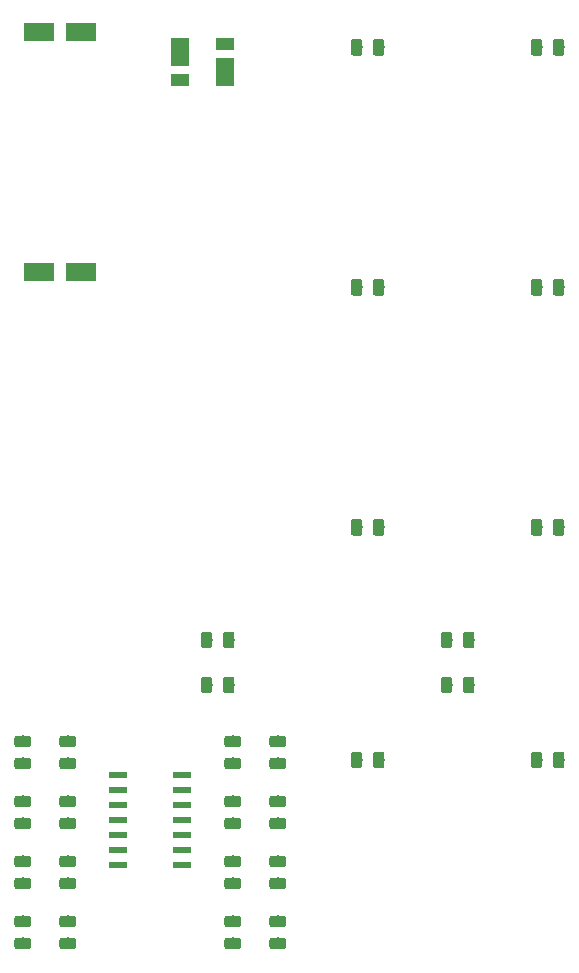
<source format=gbr>
G04 #@! TF.GenerationSoftware,KiCad,Pcbnew,(5.0.0)*
G04 #@! TF.CreationDate,2018-08-16T17:52:27+08:00*
G04 #@! TF.ProjectId,Mixer,4D697865722E6B696361645F70636200,rev?*
G04 #@! TF.SameCoordinates,Original*
G04 #@! TF.FileFunction,Paste,Bot*
G04 #@! TF.FilePolarity,Positive*
%FSLAX46Y46*%
G04 Gerber Fmt 4.6, Leading zero omitted, Abs format (unit mm)*
G04 Created by KiCad (PCBNEW (5.0.0)) date 08/16/18 17:52:27*
%MOMM*%
%LPD*%
G01*
G04 APERTURE LIST*
%ADD10R,2.600000X1.600000*%
%ADD11C,0.100000*%
%ADD12C,0.975000*%
%ADD13R,1.500000X1.050000*%
%ADD14R,1.500000X2.400000*%
%ADD15R,1.500000X0.600000*%
G04 APERTURE END LIST*
D10*
G04 #@! TO.C,C8*
X97177000Y-71755000D03*
X93577000Y-71755000D03*
G04 #@! TD*
G04 #@! TO.C,C6*
X93577000Y-92075000D03*
X97177000Y-92075000D03*
G04 #@! TD*
D11*
G04 #@! TO.C,C7*
G36*
X96492142Y-138246174D02*
X96515803Y-138249684D01*
X96539007Y-138255496D01*
X96561529Y-138263554D01*
X96583153Y-138273782D01*
X96603670Y-138286079D01*
X96622883Y-138300329D01*
X96640607Y-138316393D01*
X96656671Y-138334117D01*
X96670921Y-138353330D01*
X96683218Y-138373847D01*
X96693446Y-138395471D01*
X96701504Y-138417993D01*
X96707316Y-138441197D01*
X96710826Y-138464858D01*
X96712000Y-138488750D01*
X96712000Y-138976250D01*
X96710826Y-139000142D01*
X96707316Y-139023803D01*
X96701504Y-139047007D01*
X96693446Y-139069529D01*
X96683218Y-139091153D01*
X96670921Y-139111670D01*
X96656671Y-139130883D01*
X96640607Y-139148607D01*
X96622883Y-139164671D01*
X96603670Y-139178921D01*
X96583153Y-139191218D01*
X96561529Y-139201446D01*
X96539007Y-139209504D01*
X96515803Y-139215316D01*
X96492142Y-139218826D01*
X96468250Y-139220000D01*
X95555750Y-139220000D01*
X95531858Y-139218826D01*
X95508197Y-139215316D01*
X95484993Y-139209504D01*
X95462471Y-139201446D01*
X95440847Y-139191218D01*
X95420330Y-139178921D01*
X95401117Y-139164671D01*
X95383393Y-139148607D01*
X95367329Y-139130883D01*
X95353079Y-139111670D01*
X95340782Y-139091153D01*
X95330554Y-139069529D01*
X95322496Y-139047007D01*
X95316684Y-139023803D01*
X95313174Y-139000142D01*
X95312000Y-138976250D01*
X95312000Y-138488750D01*
X95313174Y-138464858D01*
X95316684Y-138441197D01*
X95322496Y-138417993D01*
X95330554Y-138395471D01*
X95340782Y-138373847D01*
X95353079Y-138353330D01*
X95367329Y-138334117D01*
X95383393Y-138316393D01*
X95401117Y-138300329D01*
X95420330Y-138286079D01*
X95440847Y-138273782D01*
X95462471Y-138263554D01*
X95484993Y-138255496D01*
X95508197Y-138249684D01*
X95531858Y-138246174D01*
X95555750Y-138245000D01*
X96468250Y-138245000D01*
X96492142Y-138246174D01*
X96492142Y-138246174D01*
G37*
D12*
X96012000Y-138732500D03*
D11*
G36*
X96492142Y-136371174D02*
X96515803Y-136374684D01*
X96539007Y-136380496D01*
X96561529Y-136388554D01*
X96583153Y-136398782D01*
X96603670Y-136411079D01*
X96622883Y-136425329D01*
X96640607Y-136441393D01*
X96656671Y-136459117D01*
X96670921Y-136478330D01*
X96683218Y-136498847D01*
X96693446Y-136520471D01*
X96701504Y-136542993D01*
X96707316Y-136566197D01*
X96710826Y-136589858D01*
X96712000Y-136613750D01*
X96712000Y-137101250D01*
X96710826Y-137125142D01*
X96707316Y-137148803D01*
X96701504Y-137172007D01*
X96693446Y-137194529D01*
X96683218Y-137216153D01*
X96670921Y-137236670D01*
X96656671Y-137255883D01*
X96640607Y-137273607D01*
X96622883Y-137289671D01*
X96603670Y-137303921D01*
X96583153Y-137316218D01*
X96561529Y-137326446D01*
X96539007Y-137334504D01*
X96515803Y-137340316D01*
X96492142Y-137343826D01*
X96468250Y-137345000D01*
X95555750Y-137345000D01*
X95531858Y-137343826D01*
X95508197Y-137340316D01*
X95484993Y-137334504D01*
X95462471Y-137326446D01*
X95440847Y-137316218D01*
X95420330Y-137303921D01*
X95401117Y-137289671D01*
X95383393Y-137273607D01*
X95367329Y-137255883D01*
X95353079Y-137236670D01*
X95340782Y-137216153D01*
X95330554Y-137194529D01*
X95322496Y-137172007D01*
X95316684Y-137148803D01*
X95313174Y-137125142D01*
X95312000Y-137101250D01*
X95312000Y-136613750D01*
X95313174Y-136589858D01*
X95316684Y-136566197D01*
X95322496Y-136542993D01*
X95330554Y-136520471D01*
X95340782Y-136498847D01*
X95353079Y-136478330D01*
X95367329Y-136459117D01*
X95383393Y-136441393D01*
X95401117Y-136425329D01*
X95420330Y-136411079D01*
X95440847Y-136398782D01*
X95462471Y-136388554D01*
X95484993Y-136380496D01*
X95508197Y-136374684D01*
X95531858Y-136371174D01*
X95555750Y-136370000D01*
X96468250Y-136370000D01*
X96492142Y-136371174D01*
X96492142Y-136371174D01*
G37*
D12*
X96012000Y-136857500D03*
G04 #@! TD*
D11*
G04 #@! TO.C,C5*
G36*
X110462142Y-138246174D02*
X110485803Y-138249684D01*
X110509007Y-138255496D01*
X110531529Y-138263554D01*
X110553153Y-138273782D01*
X110573670Y-138286079D01*
X110592883Y-138300329D01*
X110610607Y-138316393D01*
X110626671Y-138334117D01*
X110640921Y-138353330D01*
X110653218Y-138373847D01*
X110663446Y-138395471D01*
X110671504Y-138417993D01*
X110677316Y-138441197D01*
X110680826Y-138464858D01*
X110682000Y-138488750D01*
X110682000Y-138976250D01*
X110680826Y-139000142D01*
X110677316Y-139023803D01*
X110671504Y-139047007D01*
X110663446Y-139069529D01*
X110653218Y-139091153D01*
X110640921Y-139111670D01*
X110626671Y-139130883D01*
X110610607Y-139148607D01*
X110592883Y-139164671D01*
X110573670Y-139178921D01*
X110553153Y-139191218D01*
X110531529Y-139201446D01*
X110509007Y-139209504D01*
X110485803Y-139215316D01*
X110462142Y-139218826D01*
X110438250Y-139220000D01*
X109525750Y-139220000D01*
X109501858Y-139218826D01*
X109478197Y-139215316D01*
X109454993Y-139209504D01*
X109432471Y-139201446D01*
X109410847Y-139191218D01*
X109390330Y-139178921D01*
X109371117Y-139164671D01*
X109353393Y-139148607D01*
X109337329Y-139130883D01*
X109323079Y-139111670D01*
X109310782Y-139091153D01*
X109300554Y-139069529D01*
X109292496Y-139047007D01*
X109286684Y-139023803D01*
X109283174Y-139000142D01*
X109282000Y-138976250D01*
X109282000Y-138488750D01*
X109283174Y-138464858D01*
X109286684Y-138441197D01*
X109292496Y-138417993D01*
X109300554Y-138395471D01*
X109310782Y-138373847D01*
X109323079Y-138353330D01*
X109337329Y-138334117D01*
X109353393Y-138316393D01*
X109371117Y-138300329D01*
X109390330Y-138286079D01*
X109410847Y-138273782D01*
X109432471Y-138263554D01*
X109454993Y-138255496D01*
X109478197Y-138249684D01*
X109501858Y-138246174D01*
X109525750Y-138245000D01*
X110438250Y-138245000D01*
X110462142Y-138246174D01*
X110462142Y-138246174D01*
G37*
D12*
X109982000Y-138732500D03*
D11*
G36*
X110462142Y-136371174D02*
X110485803Y-136374684D01*
X110509007Y-136380496D01*
X110531529Y-136388554D01*
X110553153Y-136398782D01*
X110573670Y-136411079D01*
X110592883Y-136425329D01*
X110610607Y-136441393D01*
X110626671Y-136459117D01*
X110640921Y-136478330D01*
X110653218Y-136498847D01*
X110663446Y-136520471D01*
X110671504Y-136542993D01*
X110677316Y-136566197D01*
X110680826Y-136589858D01*
X110682000Y-136613750D01*
X110682000Y-137101250D01*
X110680826Y-137125142D01*
X110677316Y-137148803D01*
X110671504Y-137172007D01*
X110663446Y-137194529D01*
X110653218Y-137216153D01*
X110640921Y-137236670D01*
X110626671Y-137255883D01*
X110610607Y-137273607D01*
X110592883Y-137289671D01*
X110573670Y-137303921D01*
X110553153Y-137316218D01*
X110531529Y-137326446D01*
X110509007Y-137334504D01*
X110485803Y-137340316D01*
X110462142Y-137343826D01*
X110438250Y-137345000D01*
X109525750Y-137345000D01*
X109501858Y-137343826D01*
X109478197Y-137340316D01*
X109454993Y-137334504D01*
X109432471Y-137326446D01*
X109410847Y-137316218D01*
X109390330Y-137303921D01*
X109371117Y-137289671D01*
X109353393Y-137273607D01*
X109337329Y-137255883D01*
X109323079Y-137236670D01*
X109310782Y-137216153D01*
X109300554Y-137194529D01*
X109292496Y-137172007D01*
X109286684Y-137148803D01*
X109283174Y-137125142D01*
X109282000Y-137101250D01*
X109282000Y-136613750D01*
X109283174Y-136589858D01*
X109286684Y-136566197D01*
X109292496Y-136542993D01*
X109300554Y-136520471D01*
X109310782Y-136498847D01*
X109323079Y-136478330D01*
X109337329Y-136459117D01*
X109353393Y-136441393D01*
X109371117Y-136425329D01*
X109390330Y-136411079D01*
X109410847Y-136398782D01*
X109432471Y-136388554D01*
X109454993Y-136380496D01*
X109478197Y-136374684D01*
X109501858Y-136371174D01*
X109525750Y-136370000D01*
X110438250Y-136370000D01*
X110462142Y-136371174D01*
X110462142Y-136371174D01*
G37*
D12*
X109982000Y-136857500D03*
G04 #@! TD*
D11*
G04 #@! TO.C,C4*
G36*
X114272142Y-141451174D02*
X114295803Y-141454684D01*
X114319007Y-141460496D01*
X114341529Y-141468554D01*
X114363153Y-141478782D01*
X114383670Y-141491079D01*
X114402883Y-141505329D01*
X114420607Y-141521393D01*
X114436671Y-141539117D01*
X114450921Y-141558330D01*
X114463218Y-141578847D01*
X114473446Y-141600471D01*
X114481504Y-141622993D01*
X114487316Y-141646197D01*
X114490826Y-141669858D01*
X114492000Y-141693750D01*
X114492000Y-142181250D01*
X114490826Y-142205142D01*
X114487316Y-142228803D01*
X114481504Y-142252007D01*
X114473446Y-142274529D01*
X114463218Y-142296153D01*
X114450921Y-142316670D01*
X114436671Y-142335883D01*
X114420607Y-142353607D01*
X114402883Y-142369671D01*
X114383670Y-142383921D01*
X114363153Y-142396218D01*
X114341529Y-142406446D01*
X114319007Y-142414504D01*
X114295803Y-142420316D01*
X114272142Y-142423826D01*
X114248250Y-142425000D01*
X113335750Y-142425000D01*
X113311858Y-142423826D01*
X113288197Y-142420316D01*
X113264993Y-142414504D01*
X113242471Y-142406446D01*
X113220847Y-142396218D01*
X113200330Y-142383921D01*
X113181117Y-142369671D01*
X113163393Y-142353607D01*
X113147329Y-142335883D01*
X113133079Y-142316670D01*
X113120782Y-142296153D01*
X113110554Y-142274529D01*
X113102496Y-142252007D01*
X113096684Y-142228803D01*
X113093174Y-142205142D01*
X113092000Y-142181250D01*
X113092000Y-141693750D01*
X113093174Y-141669858D01*
X113096684Y-141646197D01*
X113102496Y-141622993D01*
X113110554Y-141600471D01*
X113120782Y-141578847D01*
X113133079Y-141558330D01*
X113147329Y-141539117D01*
X113163393Y-141521393D01*
X113181117Y-141505329D01*
X113200330Y-141491079D01*
X113220847Y-141478782D01*
X113242471Y-141468554D01*
X113264993Y-141460496D01*
X113288197Y-141454684D01*
X113311858Y-141451174D01*
X113335750Y-141450000D01*
X114248250Y-141450000D01*
X114272142Y-141451174D01*
X114272142Y-141451174D01*
G37*
D12*
X113792000Y-141937500D03*
D11*
G36*
X114272142Y-143326174D02*
X114295803Y-143329684D01*
X114319007Y-143335496D01*
X114341529Y-143343554D01*
X114363153Y-143353782D01*
X114383670Y-143366079D01*
X114402883Y-143380329D01*
X114420607Y-143396393D01*
X114436671Y-143414117D01*
X114450921Y-143433330D01*
X114463218Y-143453847D01*
X114473446Y-143475471D01*
X114481504Y-143497993D01*
X114487316Y-143521197D01*
X114490826Y-143544858D01*
X114492000Y-143568750D01*
X114492000Y-144056250D01*
X114490826Y-144080142D01*
X114487316Y-144103803D01*
X114481504Y-144127007D01*
X114473446Y-144149529D01*
X114463218Y-144171153D01*
X114450921Y-144191670D01*
X114436671Y-144210883D01*
X114420607Y-144228607D01*
X114402883Y-144244671D01*
X114383670Y-144258921D01*
X114363153Y-144271218D01*
X114341529Y-144281446D01*
X114319007Y-144289504D01*
X114295803Y-144295316D01*
X114272142Y-144298826D01*
X114248250Y-144300000D01*
X113335750Y-144300000D01*
X113311858Y-144298826D01*
X113288197Y-144295316D01*
X113264993Y-144289504D01*
X113242471Y-144281446D01*
X113220847Y-144271218D01*
X113200330Y-144258921D01*
X113181117Y-144244671D01*
X113163393Y-144228607D01*
X113147329Y-144210883D01*
X113133079Y-144191670D01*
X113120782Y-144171153D01*
X113110554Y-144149529D01*
X113102496Y-144127007D01*
X113096684Y-144103803D01*
X113093174Y-144080142D01*
X113092000Y-144056250D01*
X113092000Y-143568750D01*
X113093174Y-143544858D01*
X113096684Y-143521197D01*
X113102496Y-143497993D01*
X113110554Y-143475471D01*
X113120782Y-143453847D01*
X113133079Y-143433330D01*
X113147329Y-143414117D01*
X113163393Y-143396393D01*
X113181117Y-143380329D01*
X113200330Y-143366079D01*
X113220847Y-143353782D01*
X113242471Y-143343554D01*
X113264993Y-143335496D01*
X113288197Y-143329684D01*
X113311858Y-143326174D01*
X113335750Y-143325000D01*
X114248250Y-143325000D01*
X114272142Y-143326174D01*
X114272142Y-143326174D01*
G37*
D12*
X113792000Y-143812500D03*
G04 #@! TD*
D11*
G04 #@! TO.C,C3*
G36*
X110462142Y-131291174D02*
X110485803Y-131294684D01*
X110509007Y-131300496D01*
X110531529Y-131308554D01*
X110553153Y-131318782D01*
X110573670Y-131331079D01*
X110592883Y-131345329D01*
X110610607Y-131361393D01*
X110626671Y-131379117D01*
X110640921Y-131398330D01*
X110653218Y-131418847D01*
X110663446Y-131440471D01*
X110671504Y-131462993D01*
X110677316Y-131486197D01*
X110680826Y-131509858D01*
X110682000Y-131533750D01*
X110682000Y-132021250D01*
X110680826Y-132045142D01*
X110677316Y-132068803D01*
X110671504Y-132092007D01*
X110663446Y-132114529D01*
X110653218Y-132136153D01*
X110640921Y-132156670D01*
X110626671Y-132175883D01*
X110610607Y-132193607D01*
X110592883Y-132209671D01*
X110573670Y-132223921D01*
X110553153Y-132236218D01*
X110531529Y-132246446D01*
X110509007Y-132254504D01*
X110485803Y-132260316D01*
X110462142Y-132263826D01*
X110438250Y-132265000D01*
X109525750Y-132265000D01*
X109501858Y-132263826D01*
X109478197Y-132260316D01*
X109454993Y-132254504D01*
X109432471Y-132246446D01*
X109410847Y-132236218D01*
X109390330Y-132223921D01*
X109371117Y-132209671D01*
X109353393Y-132193607D01*
X109337329Y-132175883D01*
X109323079Y-132156670D01*
X109310782Y-132136153D01*
X109300554Y-132114529D01*
X109292496Y-132092007D01*
X109286684Y-132068803D01*
X109283174Y-132045142D01*
X109282000Y-132021250D01*
X109282000Y-131533750D01*
X109283174Y-131509858D01*
X109286684Y-131486197D01*
X109292496Y-131462993D01*
X109300554Y-131440471D01*
X109310782Y-131418847D01*
X109323079Y-131398330D01*
X109337329Y-131379117D01*
X109353393Y-131361393D01*
X109371117Y-131345329D01*
X109390330Y-131331079D01*
X109410847Y-131318782D01*
X109432471Y-131308554D01*
X109454993Y-131300496D01*
X109478197Y-131294684D01*
X109501858Y-131291174D01*
X109525750Y-131290000D01*
X110438250Y-131290000D01*
X110462142Y-131291174D01*
X110462142Y-131291174D01*
G37*
D12*
X109982000Y-131777500D03*
D11*
G36*
X110462142Y-133166174D02*
X110485803Y-133169684D01*
X110509007Y-133175496D01*
X110531529Y-133183554D01*
X110553153Y-133193782D01*
X110573670Y-133206079D01*
X110592883Y-133220329D01*
X110610607Y-133236393D01*
X110626671Y-133254117D01*
X110640921Y-133273330D01*
X110653218Y-133293847D01*
X110663446Y-133315471D01*
X110671504Y-133337993D01*
X110677316Y-133361197D01*
X110680826Y-133384858D01*
X110682000Y-133408750D01*
X110682000Y-133896250D01*
X110680826Y-133920142D01*
X110677316Y-133943803D01*
X110671504Y-133967007D01*
X110663446Y-133989529D01*
X110653218Y-134011153D01*
X110640921Y-134031670D01*
X110626671Y-134050883D01*
X110610607Y-134068607D01*
X110592883Y-134084671D01*
X110573670Y-134098921D01*
X110553153Y-134111218D01*
X110531529Y-134121446D01*
X110509007Y-134129504D01*
X110485803Y-134135316D01*
X110462142Y-134138826D01*
X110438250Y-134140000D01*
X109525750Y-134140000D01*
X109501858Y-134138826D01*
X109478197Y-134135316D01*
X109454993Y-134129504D01*
X109432471Y-134121446D01*
X109410847Y-134111218D01*
X109390330Y-134098921D01*
X109371117Y-134084671D01*
X109353393Y-134068607D01*
X109337329Y-134050883D01*
X109323079Y-134031670D01*
X109310782Y-134011153D01*
X109300554Y-133989529D01*
X109292496Y-133967007D01*
X109286684Y-133943803D01*
X109283174Y-133920142D01*
X109282000Y-133896250D01*
X109282000Y-133408750D01*
X109283174Y-133384858D01*
X109286684Y-133361197D01*
X109292496Y-133337993D01*
X109300554Y-133315471D01*
X109310782Y-133293847D01*
X109323079Y-133273330D01*
X109337329Y-133254117D01*
X109353393Y-133236393D01*
X109371117Y-133220329D01*
X109390330Y-133206079D01*
X109410847Y-133193782D01*
X109432471Y-133183554D01*
X109454993Y-133175496D01*
X109478197Y-133169684D01*
X109501858Y-133166174D01*
X109525750Y-133165000D01*
X110438250Y-133165000D01*
X110462142Y-133166174D01*
X110462142Y-133166174D01*
G37*
D12*
X109982000Y-133652500D03*
G04 #@! TD*
D11*
G04 #@! TO.C,C2*
G36*
X92682142Y-141451174D02*
X92705803Y-141454684D01*
X92729007Y-141460496D01*
X92751529Y-141468554D01*
X92773153Y-141478782D01*
X92793670Y-141491079D01*
X92812883Y-141505329D01*
X92830607Y-141521393D01*
X92846671Y-141539117D01*
X92860921Y-141558330D01*
X92873218Y-141578847D01*
X92883446Y-141600471D01*
X92891504Y-141622993D01*
X92897316Y-141646197D01*
X92900826Y-141669858D01*
X92902000Y-141693750D01*
X92902000Y-142181250D01*
X92900826Y-142205142D01*
X92897316Y-142228803D01*
X92891504Y-142252007D01*
X92883446Y-142274529D01*
X92873218Y-142296153D01*
X92860921Y-142316670D01*
X92846671Y-142335883D01*
X92830607Y-142353607D01*
X92812883Y-142369671D01*
X92793670Y-142383921D01*
X92773153Y-142396218D01*
X92751529Y-142406446D01*
X92729007Y-142414504D01*
X92705803Y-142420316D01*
X92682142Y-142423826D01*
X92658250Y-142425000D01*
X91745750Y-142425000D01*
X91721858Y-142423826D01*
X91698197Y-142420316D01*
X91674993Y-142414504D01*
X91652471Y-142406446D01*
X91630847Y-142396218D01*
X91610330Y-142383921D01*
X91591117Y-142369671D01*
X91573393Y-142353607D01*
X91557329Y-142335883D01*
X91543079Y-142316670D01*
X91530782Y-142296153D01*
X91520554Y-142274529D01*
X91512496Y-142252007D01*
X91506684Y-142228803D01*
X91503174Y-142205142D01*
X91502000Y-142181250D01*
X91502000Y-141693750D01*
X91503174Y-141669858D01*
X91506684Y-141646197D01*
X91512496Y-141622993D01*
X91520554Y-141600471D01*
X91530782Y-141578847D01*
X91543079Y-141558330D01*
X91557329Y-141539117D01*
X91573393Y-141521393D01*
X91591117Y-141505329D01*
X91610330Y-141491079D01*
X91630847Y-141478782D01*
X91652471Y-141468554D01*
X91674993Y-141460496D01*
X91698197Y-141454684D01*
X91721858Y-141451174D01*
X91745750Y-141450000D01*
X92658250Y-141450000D01*
X92682142Y-141451174D01*
X92682142Y-141451174D01*
G37*
D12*
X92202000Y-141937500D03*
D11*
G36*
X92682142Y-143326174D02*
X92705803Y-143329684D01*
X92729007Y-143335496D01*
X92751529Y-143343554D01*
X92773153Y-143353782D01*
X92793670Y-143366079D01*
X92812883Y-143380329D01*
X92830607Y-143396393D01*
X92846671Y-143414117D01*
X92860921Y-143433330D01*
X92873218Y-143453847D01*
X92883446Y-143475471D01*
X92891504Y-143497993D01*
X92897316Y-143521197D01*
X92900826Y-143544858D01*
X92902000Y-143568750D01*
X92902000Y-144056250D01*
X92900826Y-144080142D01*
X92897316Y-144103803D01*
X92891504Y-144127007D01*
X92883446Y-144149529D01*
X92873218Y-144171153D01*
X92860921Y-144191670D01*
X92846671Y-144210883D01*
X92830607Y-144228607D01*
X92812883Y-144244671D01*
X92793670Y-144258921D01*
X92773153Y-144271218D01*
X92751529Y-144281446D01*
X92729007Y-144289504D01*
X92705803Y-144295316D01*
X92682142Y-144298826D01*
X92658250Y-144300000D01*
X91745750Y-144300000D01*
X91721858Y-144298826D01*
X91698197Y-144295316D01*
X91674993Y-144289504D01*
X91652471Y-144281446D01*
X91630847Y-144271218D01*
X91610330Y-144258921D01*
X91591117Y-144244671D01*
X91573393Y-144228607D01*
X91557329Y-144210883D01*
X91543079Y-144191670D01*
X91530782Y-144171153D01*
X91520554Y-144149529D01*
X91512496Y-144127007D01*
X91506684Y-144103803D01*
X91503174Y-144080142D01*
X91502000Y-144056250D01*
X91502000Y-143568750D01*
X91503174Y-143544858D01*
X91506684Y-143521197D01*
X91512496Y-143497993D01*
X91520554Y-143475471D01*
X91530782Y-143453847D01*
X91543079Y-143433330D01*
X91557329Y-143414117D01*
X91573393Y-143396393D01*
X91591117Y-143380329D01*
X91610330Y-143366079D01*
X91630847Y-143353782D01*
X91652471Y-143343554D01*
X91674993Y-143335496D01*
X91698197Y-143329684D01*
X91721858Y-143326174D01*
X91745750Y-143325000D01*
X92658250Y-143325000D01*
X92682142Y-143326174D01*
X92682142Y-143326174D01*
G37*
D12*
X92202000Y-143812500D03*
G04 #@! TD*
D11*
G04 #@! TO.C,C1*
G36*
X92682142Y-131291174D02*
X92705803Y-131294684D01*
X92729007Y-131300496D01*
X92751529Y-131308554D01*
X92773153Y-131318782D01*
X92793670Y-131331079D01*
X92812883Y-131345329D01*
X92830607Y-131361393D01*
X92846671Y-131379117D01*
X92860921Y-131398330D01*
X92873218Y-131418847D01*
X92883446Y-131440471D01*
X92891504Y-131462993D01*
X92897316Y-131486197D01*
X92900826Y-131509858D01*
X92902000Y-131533750D01*
X92902000Y-132021250D01*
X92900826Y-132045142D01*
X92897316Y-132068803D01*
X92891504Y-132092007D01*
X92883446Y-132114529D01*
X92873218Y-132136153D01*
X92860921Y-132156670D01*
X92846671Y-132175883D01*
X92830607Y-132193607D01*
X92812883Y-132209671D01*
X92793670Y-132223921D01*
X92773153Y-132236218D01*
X92751529Y-132246446D01*
X92729007Y-132254504D01*
X92705803Y-132260316D01*
X92682142Y-132263826D01*
X92658250Y-132265000D01*
X91745750Y-132265000D01*
X91721858Y-132263826D01*
X91698197Y-132260316D01*
X91674993Y-132254504D01*
X91652471Y-132246446D01*
X91630847Y-132236218D01*
X91610330Y-132223921D01*
X91591117Y-132209671D01*
X91573393Y-132193607D01*
X91557329Y-132175883D01*
X91543079Y-132156670D01*
X91530782Y-132136153D01*
X91520554Y-132114529D01*
X91512496Y-132092007D01*
X91506684Y-132068803D01*
X91503174Y-132045142D01*
X91502000Y-132021250D01*
X91502000Y-131533750D01*
X91503174Y-131509858D01*
X91506684Y-131486197D01*
X91512496Y-131462993D01*
X91520554Y-131440471D01*
X91530782Y-131418847D01*
X91543079Y-131398330D01*
X91557329Y-131379117D01*
X91573393Y-131361393D01*
X91591117Y-131345329D01*
X91610330Y-131331079D01*
X91630847Y-131318782D01*
X91652471Y-131308554D01*
X91674993Y-131300496D01*
X91698197Y-131294684D01*
X91721858Y-131291174D01*
X91745750Y-131290000D01*
X92658250Y-131290000D01*
X92682142Y-131291174D01*
X92682142Y-131291174D01*
G37*
D12*
X92202000Y-131777500D03*
D11*
G36*
X92682142Y-133166174D02*
X92705803Y-133169684D01*
X92729007Y-133175496D01*
X92751529Y-133183554D01*
X92773153Y-133193782D01*
X92793670Y-133206079D01*
X92812883Y-133220329D01*
X92830607Y-133236393D01*
X92846671Y-133254117D01*
X92860921Y-133273330D01*
X92873218Y-133293847D01*
X92883446Y-133315471D01*
X92891504Y-133337993D01*
X92897316Y-133361197D01*
X92900826Y-133384858D01*
X92902000Y-133408750D01*
X92902000Y-133896250D01*
X92900826Y-133920142D01*
X92897316Y-133943803D01*
X92891504Y-133967007D01*
X92883446Y-133989529D01*
X92873218Y-134011153D01*
X92860921Y-134031670D01*
X92846671Y-134050883D01*
X92830607Y-134068607D01*
X92812883Y-134084671D01*
X92793670Y-134098921D01*
X92773153Y-134111218D01*
X92751529Y-134121446D01*
X92729007Y-134129504D01*
X92705803Y-134135316D01*
X92682142Y-134138826D01*
X92658250Y-134140000D01*
X91745750Y-134140000D01*
X91721858Y-134138826D01*
X91698197Y-134135316D01*
X91674993Y-134129504D01*
X91652471Y-134121446D01*
X91630847Y-134111218D01*
X91610330Y-134098921D01*
X91591117Y-134084671D01*
X91573393Y-134068607D01*
X91557329Y-134050883D01*
X91543079Y-134031670D01*
X91530782Y-134011153D01*
X91520554Y-133989529D01*
X91512496Y-133967007D01*
X91506684Y-133943803D01*
X91503174Y-133920142D01*
X91502000Y-133896250D01*
X91502000Y-133408750D01*
X91503174Y-133384858D01*
X91506684Y-133361197D01*
X91512496Y-133337993D01*
X91520554Y-133315471D01*
X91530782Y-133293847D01*
X91543079Y-133273330D01*
X91557329Y-133254117D01*
X91573393Y-133236393D01*
X91591117Y-133220329D01*
X91610330Y-133206079D01*
X91630847Y-133193782D01*
X91652471Y-133183554D01*
X91674993Y-133175496D01*
X91698197Y-133169684D01*
X91721858Y-133166174D01*
X91745750Y-133165000D01*
X92658250Y-133165000D01*
X92682142Y-133166174D01*
X92682142Y-133166174D01*
G37*
D12*
X92202000Y-133652500D03*
G04 #@! TD*
D13*
G04 #@! TO.C,D2*
X105537000Y-75820000D03*
D14*
X105537000Y-73445000D03*
G04 #@! TD*
G04 #@! TO.C,D1*
X109347000Y-75145000D03*
D13*
X109347000Y-72770000D03*
G04 #@! TD*
D15*
G04 #@! TO.C,U1*
X105697000Y-134620000D03*
X105697000Y-135890000D03*
X105697000Y-137160000D03*
X105697000Y-138430000D03*
X105697000Y-139700000D03*
X105697000Y-140970000D03*
X105697000Y-142240000D03*
X100297000Y-142240000D03*
X100297000Y-140970000D03*
X100297000Y-139700000D03*
X100297000Y-138430000D03*
X100297000Y-137160000D03*
X100297000Y-135890000D03*
X100297000Y-134620000D03*
G04 #@! TD*
D11*
G04 #@! TO.C,R22*
G36*
X128362142Y-122491174D02*
X128385803Y-122494684D01*
X128409007Y-122500496D01*
X128431529Y-122508554D01*
X128453153Y-122518782D01*
X128473670Y-122531079D01*
X128492883Y-122545329D01*
X128510607Y-122561393D01*
X128526671Y-122579117D01*
X128540921Y-122598330D01*
X128553218Y-122618847D01*
X128563446Y-122640471D01*
X128571504Y-122662993D01*
X128577316Y-122686197D01*
X128580826Y-122709858D01*
X128582000Y-122733750D01*
X128582000Y-123646250D01*
X128580826Y-123670142D01*
X128577316Y-123693803D01*
X128571504Y-123717007D01*
X128563446Y-123739529D01*
X128553218Y-123761153D01*
X128540921Y-123781670D01*
X128526671Y-123800883D01*
X128510607Y-123818607D01*
X128492883Y-123834671D01*
X128473670Y-123848921D01*
X128453153Y-123861218D01*
X128431529Y-123871446D01*
X128409007Y-123879504D01*
X128385803Y-123885316D01*
X128362142Y-123888826D01*
X128338250Y-123890000D01*
X127850750Y-123890000D01*
X127826858Y-123888826D01*
X127803197Y-123885316D01*
X127779993Y-123879504D01*
X127757471Y-123871446D01*
X127735847Y-123861218D01*
X127715330Y-123848921D01*
X127696117Y-123834671D01*
X127678393Y-123818607D01*
X127662329Y-123800883D01*
X127648079Y-123781670D01*
X127635782Y-123761153D01*
X127625554Y-123739529D01*
X127617496Y-123717007D01*
X127611684Y-123693803D01*
X127608174Y-123670142D01*
X127607000Y-123646250D01*
X127607000Y-122733750D01*
X127608174Y-122709858D01*
X127611684Y-122686197D01*
X127617496Y-122662993D01*
X127625554Y-122640471D01*
X127635782Y-122618847D01*
X127648079Y-122598330D01*
X127662329Y-122579117D01*
X127678393Y-122561393D01*
X127696117Y-122545329D01*
X127715330Y-122531079D01*
X127735847Y-122518782D01*
X127757471Y-122508554D01*
X127779993Y-122500496D01*
X127803197Y-122494684D01*
X127826858Y-122491174D01*
X127850750Y-122490000D01*
X128338250Y-122490000D01*
X128362142Y-122491174D01*
X128362142Y-122491174D01*
G37*
D12*
X128094500Y-123190000D03*
D11*
G36*
X130237142Y-122491174D02*
X130260803Y-122494684D01*
X130284007Y-122500496D01*
X130306529Y-122508554D01*
X130328153Y-122518782D01*
X130348670Y-122531079D01*
X130367883Y-122545329D01*
X130385607Y-122561393D01*
X130401671Y-122579117D01*
X130415921Y-122598330D01*
X130428218Y-122618847D01*
X130438446Y-122640471D01*
X130446504Y-122662993D01*
X130452316Y-122686197D01*
X130455826Y-122709858D01*
X130457000Y-122733750D01*
X130457000Y-123646250D01*
X130455826Y-123670142D01*
X130452316Y-123693803D01*
X130446504Y-123717007D01*
X130438446Y-123739529D01*
X130428218Y-123761153D01*
X130415921Y-123781670D01*
X130401671Y-123800883D01*
X130385607Y-123818607D01*
X130367883Y-123834671D01*
X130348670Y-123848921D01*
X130328153Y-123861218D01*
X130306529Y-123871446D01*
X130284007Y-123879504D01*
X130260803Y-123885316D01*
X130237142Y-123888826D01*
X130213250Y-123890000D01*
X129725750Y-123890000D01*
X129701858Y-123888826D01*
X129678197Y-123885316D01*
X129654993Y-123879504D01*
X129632471Y-123871446D01*
X129610847Y-123861218D01*
X129590330Y-123848921D01*
X129571117Y-123834671D01*
X129553393Y-123818607D01*
X129537329Y-123800883D01*
X129523079Y-123781670D01*
X129510782Y-123761153D01*
X129500554Y-123739529D01*
X129492496Y-123717007D01*
X129486684Y-123693803D01*
X129483174Y-123670142D01*
X129482000Y-123646250D01*
X129482000Y-122733750D01*
X129483174Y-122709858D01*
X129486684Y-122686197D01*
X129492496Y-122662993D01*
X129500554Y-122640471D01*
X129510782Y-122618847D01*
X129523079Y-122598330D01*
X129537329Y-122579117D01*
X129553393Y-122561393D01*
X129571117Y-122545329D01*
X129590330Y-122531079D01*
X129610847Y-122518782D01*
X129632471Y-122508554D01*
X129654993Y-122500496D01*
X129678197Y-122494684D01*
X129701858Y-122491174D01*
X129725750Y-122490000D01*
X130213250Y-122490000D01*
X130237142Y-122491174D01*
X130237142Y-122491174D01*
G37*
D12*
X129969500Y-123190000D03*
G04 #@! TD*
D11*
G04 #@! TO.C,R21*
G36*
X128362142Y-126301174D02*
X128385803Y-126304684D01*
X128409007Y-126310496D01*
X128431529Y-126318554D01*
X128453153Y-126328782D01*
X128473670Y-126341079D01*
X128492883Y-126355329D01*
X128510607Y-126371393D01*
X128526671Y-126389117D01*
X128540921Y-126408330D01*
X128553218Y-126428847D01*
X128563446Y-126450471D01*
X128571504Y-126472993D01*
X128577316Y-126496197D01*
X128580826Y-126519858D01*
X128582000Y-126543750D01*
X128582000Y-127456250D01*
X128580826Y-127480142D01*
X128577316Y-127503803D01*
X128571504Y-127527007D01*
X128563446Y-127549529D01*
X128553218Y-127571153D01*
X128540921Y-127591670D01*
X128526671Y-127610883D01*
X128510607Y-127628607D01*
X128492883Y-127644671D01*
X128473670Y-127658921D01*
X128453153Y-127671218D01*
X128431529Y-127681446D01*
X128409007Y-127689504D01*
X128385803Y-127695316D01*
X128362142Y-127698826D01*
X128338250Y-127700000D01*
X127850750Y-127700000D01*
X127826858Y-127698826D01*
X127803197Y-127695316D01*
X127779993Y-127689504D01*
X127757471Y-127681446D01*
X127735847Y-127671218D01*
X127715330Y-127658921D01*
X127696117Y-127644671D01*
X127678393Y-127628607D01*
X127662329Y-127610883D01*
X127648079Y-127591670D01*
X127635782Y-127571153D01*
X127625554Y-127549529D01*
X127617496Y-127527007D01*
X127611684Y-127503803D01*
X127608174Y-127480142D01*
X127607000Y-127456250D01*
X127607000Y-126543750D01*
X127608174Y-126519858D01*
X127611684Y-126496197D01*
X127617496Y-126472993D01*
X127625554Y-126450471D01*
X127635782Y-126428847D01*
X127648079Y-126408330D01*
X127662329Y-126389117D01*
X127678393Y-126371393D01*
X127696117Y-126355329D01*
X127715330Y-126341079D01*
X127735847Y-126328782D01*
X127757471Y-126318554D01*
X127779993Y-126310496D01*
X127803197Y-126304684D01*
X127826858Y-126301174D01*
X127850750Y-126300000D01*
X128338250Y-126300000D01*
X128362142Y-126301174D01*
X128362142Y-126301174D01*
G37*
D12*
X128094500Y-127000000D03*
D11*
G36*
X130237142Y-126301174D02*
X130260803Y-126304684D01*
X130284007Y-126310496D01*
X130306529Y-126318554D01*
X130328153Y-126328782D01*
X130348670Y-126341079D01*
X130367883Y-126355329D01*
X130385607Y-126371393D01*
X130401671Y-126389117D01*
X130415921Y-126408330D01*
X130428218Y-126428847D01*
X130438446Y-126450471D01*
X130446504Y-126472993D01*
X130452316Y-126496197D01*
X130455826Y-126519858D01*
X130457000Y-126543750D01*
X130457000Y-127456250D01*
X130455826Y-127480142D01*
X130452316Y-127503803D01*
X130446504Y-127527007D01*
X130438446Y-127549529D01*
X130428218Y-127571153D01*
X130415921Y-127591670D01*
X130401671Y-127610883D01*
X130385607Y-127628607D01*
X130367883Y-127644671D01*
X130348670Y-127658921D01*
X130328153Y-127671218D01*
X130306529Y-127681446D01*
X130284007Y-127689504D01*
X130260803Y-127695316D01*
X130237142Y-127698826D01*
X130213250Y-127700000D01*
X129725750Y-127700000D01*
X129701858Y-127698826D01*
X129678197Y-127695316D01*
X129654993Y-127689504D01*
X129632471Y-127681446D01*
X129610847Y-127671218D01*
X129590330Y-127658921D01*
X129571117Y-127644671D01*
X129553393Y-127628607D01*
X129537329Y-127610883D01*
X129523079Y-127591670D01*
X129510782Y-127571153D01*
X129500554Y-127549529D01*
X129492496Y-127527007D01*
X129486684Y-127503803D01*
X129483174Y-127480142D01*
X129482000Y-127456250D01*
X129482000Y-126543750D01*
X129483174Y-126519858D01*
X129486684Y-126496197D01*
X129492496Y-126472993D01*
X129500554Y-126450471D01*
X129510782Y-126428847D01*
X129523079Y-126408330D01*
X129537329Y-126389117D01*
X129553393Y-126371393D01*
X129571117Y-126355329D01*
X129590330Y-126341079D01*
X129610847Y-126328782D01*
X129632471Y-126318554D01*
X129654993Y-126310496D01*
X129678197Y-126304684D01*
X129701858Y-126301174D01*
X129725750Y-126300000D01*
X130213250Y-126300000D01*
X130237142Y-126301174D01*
X130237142Y-126301174D01*
G37*
D12*
X129969500Y-127000000D03*
G04 #@! TD*
D11*
G04 #@! TO.C,R20*
G36*
X108042142Y-122491174D02*
X108065803Y-122494684D01*
X108089007Y-122500496D01*
X108111529Y-122508554D01*
X108133153Y-122518782D01*
X108153670Y-122531079D01*
X108172883Y-122545329D01*
X108190607Y-122561393D01*
X108206671Y-122579117D01*
X108220921Y-122598330D01*
X108233218Y-122618847D01*
X108243446Y-122640471D01*
X108251504Y-122662993D01*
X108257316Y-122686197D01*
X108260826Y-122709858D01*
X108262000Y-122733750D01*
X108262000Y-123646250D01*
X108260826Y-123670142D01*
X108257316Y-123693803D01*
X108251504Y-123717007D01*
X108243446Y-123739529D01*
X108233218Y-123761153D01*
X108220921Y-123781670D01*
X108206671Y-123800883D01*
X108190607Y-123818607D01*
X108172883Y-123834671D01*
X108153670Y-123848921D01*
X108133153Y-123861218D01*
X108111529Y-123871446D01*
X108089007Y-123879504D01*
X108065803Y-123885316D01*
X108042142Y-123888826D01*
X108018250Y-123890000D01*
X107530750Y-123890000D01*
X107506858Y-123888826D01*
X107483197Y-123885316D01*
X107459993Y-123879504D01*
X107437471Y-123871446D01*
X107415847Y-123861218D01*
X107395330Y-123848921D01*
X107376117Y-123834671D01*
X107358393Y-123818607D01*
X107342329Y-123800883D01*
X107328079Y-123781670D01*
X107315782Y-123761153D01*
X107305554Y-123739529D01*
X107297496Y-123717007D01*
X107291684Y-123693803D01*
X107288174Y-123670142D01*
X107287000Y-123646250D01*
X107287000Y-122733750D01*
X107288174Y-122709858D01*
X107291684Y-122686197D01*
X107297496Y-122662993D01*
X107305554Y-122640471D01*
X107315782Y-122618847D01*
X107328079Y-122598330D01*
X107342329Y-122579117D01*
X107358393Y-122561393D01*
X107376117Y-122545329D01*
X107395330Y-122531079D01*
X107415847Y-122518782D01*
X107437471Y-122508554D01*
X107459993Y-122500496D01*
X107483197Y-122494684D01*
X107506858Y-122491174D01*
X107530750Y-122490000D01*
X108018250Y-122490000D01*
X108042142Y-122491174D01*
X108042142Y-122491174D01*
G37*
D12*
X107774500Y-123190000D03*
D11*
G36*
X109917142Y-122491174D02*
X109940803Y-122494684D01*
X109964007Y-122500496D01*
X109986529Y-122508554D01*
X110008153Y-122518782D01*
X110028670Y-122531079D01*
X110047883Y-122545329D01*
X110065607Y-122561393D01*
X110081671Y-122579117D01*
X110095921Y-122598330D01*
X110108218Y-122618847D01*
X110118446Y-122640471D01*
X110126504Y-122662993D01*
X110132316Y-122686197D01*
X110135826Y-122709858D01*
X110137000Y-122733750D01*
X110137000Y-123646250D01*
X110135826Y-123670142D01*
X110132316Y-123693803D01*
X110126504Y-123717007D01*
X110118446Y-123739529D01*
X110108218Y-123761153D01*
X110095921Y-123781670D01*
X110081671Y-123800883D01*
X110065607Y-123818607D01*
X110047883Y-123834671D01*
X110028670Y-123848921D01*
X110008153Y-123861218D01*
X109986529Y-123871446D01*
X109964007Y-123879504D01*
X109940803Y-123885316D01*
X109917142Y-123888826D01*
X109893250Y-123890000D01*
X109405750Y-123890000D01*
X109381858Y-123888826D01*
X109358197Y-123885316D01*
X109334993Y-123879504D01*
X109312471Y-123871446D01*
X109290847Y-123861218D01*
X109270330Y-123848921D01*
X109251117Y-123834671D01*
X109233393Y-123818607D01*
X109217329Y-123800883D01*
X109203079Y-123781670D01*
X109190782Y-123761153D01*
X109180554Y-123739529D01*
X109172496Y-123717007D01*
X109166684Y-123693803D01*
X109163174Y-123670142D01*
X109162000Y-123646250D01*
X109162000Y-122733750D01*
X109163174Y-122709858D01*
X109166684Y-122686197D01*
X109172496Y-122662993D01*
X109180554Y-122640471D01*
X109190782Y-122618847D01*
X109203079Y-122598330D01*
X109217329Y-122579117D01*
X109233393Y-122561393D01*
X109251117Y-122545329D01*
X109270330Y-122531079D01*
X109290847Y-122518782D01*
X109312471Y-122508554D01*
X109334993Y-122500496D01*
X109358197Y-122494684D01*
X109381858Y-122491174D01*
X109405750Y-122490000D01*
X109893250Y-122490000D01*
X109917142Y-122491174D01*
X109917142Y-122491174D01*
G37*
D12*
X109649500Y-123190000D03*
G04 #@! TD*
D11*
G04 #@! TO.C,R19*
G36*
X108042142Y-126301174D02*
X108065803Y-126304684D01*
X108089007Y-126310496D01*
X108111529Y-126318554D01*
X108133153Y-126328782D01*
X108153670Y-126341079D01*
X108172883Y-126355329D01*
X108190607Y-126371393D01*
X108206671Y-126389117D01*
X108220921Y-126408330D01*
X108233218Y-126428847D01*
X108243446Y-126450471D01*
X108251504Y-126472993D01*
X108257316Y-126496197D01*
X108260826Y-126519858D01*
X108262000Y-126543750D01*
X108262000Y-127456250D01*
X108260826Y-127480142D01*
X108257316Y-127503803D01*
X108251504Y-127527007D01*
X108243446Y-127549529D01*
X108233218Y-127571153D01*
X108220921Y-127591670D01*
X108206671Y-127610883D01*
X108190607Y-127628607D01*
X108172883Y-127644671D01*
X108153670Y-127658921D01*
X108133153Y-127671218D01*
X108111529Y-127681446D01*
X108089007Y-127689504D01*
X108065803Y-127695316D01*
X108042142Y-127698826D01*
X108018250Y-127700000D01*
X107530750Y-127700000D01*
X107506858Y-127698826D01*
X107483197Y-127695316D01*
X107459993Y-127689504D01*
X107437471Y-127681446D01*
X107415847Y-127671218D01*
X107395330Y-127658921D01*
X107376117Y-127644671D01*
X107358393Y-127628607D01*
X107342329Y-127610883D01*
X107328079Y-127591670D01*
X107315782Y-127571153D01*
X107305554Y-127549529D01*
X107297496Y-127527007D01*
X107291684Y-127503803D01*
X107288174Y-127480142D01*
X107287000Y-127456250D01*
X107287000Y-126543750D01*
X107288174Y-126519858D01*
X107291684Y-126496197D01*
X107297496Y-126472993D01*
X107305554Y-126450471D01*
X107315782Y-126428847D01*
X107328079Y-126408330D01*
X107342329Y-126389117D01*
X107358393Y-126371393D01*
X107376117Y-126355329D01*
X107395330Y-126341079D01*
X107415847Y-126328782D01*
X107437471Y-126318554D01*
X107459993Y-126310496D01*
X107483197Y-126304684D01*
X107506858Y-126301174D01*
X107530750Y-126300000D01*
X108018250Y-126300000D01*
X108042142Y-126301174D01*
X108042142Y-126301174D01*
G37*
D12*
X107774500Y-127000000D03*
D11*
G36*
X109917142Y-126301174D02*
X109940803Y-126304684D01*
X109964007Y-126310496D01*
X109986529Y-126318554D01*
X110008153Y-126328782D01*
X110028670Y-126341079D01*
X110047883Y-126355329D01*
X110065607Y-126371393D01*
X110081671Y-126389117D01*
X110095921Y-126408330D01*
X110108218Y-126428847D01*
X110118446Y-126450471D01*
X110126504Y-126472993D01*
X110132316Y-126496197D01*
X110135826Y-126519858D01*
X110137000Y-126543750D01*
X110137000Y-127456250D01*
X110135826Y-127480142D01*
X110132316Y-127503803D01*
X110126504Y-127527007D01*
X110118446Y-127549529D01*
X110108218Y-127571153D01*
X110095921Y-127591670D01*
X110081671Y-127610883D01*
X110065607Y-127628607D01*
X110047883Y-127644671D01*
X110028670Y-127658921D01*
X110008153Y-127671218D01*
X109986529Y-127681446D01*
X109964007Y-127689504D01*
X109940803Y-127695316D01*
X109917142Y-127698826D01*
X109893250Y-127700000D01*
X109405750Y-127700000D01*
X109381858Y-127698826D01*
X109358197Y-127695316D01*
X109334993Y-127689504D01*
X109312471Y-127681446D01*
X109290847Y-127671218D01*
X109270330Y-127658921D01*
X109251117Y-127644671D01*
X109233393Y-127628607D01*
X109217329Y-127610883D01*
X109203079Y-127591670D01*
X109190782Y-127571153D01*
X109180554Y-127549529D01*
X109172496Y-127527007D01*
X109166684Y-127503803D01*
X109163174Y-127480142D01*
X109162000Y-127456250D01*
X109162000Y-126543750D01*
X109163174Y-126519858D01*
X109166684Y-126496197D01*
X109172496Y-126472993D01*
X109180554Y-126450471D01*
X109190782Y-126428847D01*
X109203079Y-126408330D01*
X109217329Y-126389117D01*
X109233393Y-126371393D01*
X109251117Y-126355329D01*
X109270330Y-126341079D01*
X109290847Y-126328782D01*
X109312471Y-126318554D01*
X109334993Y-126310496D01*
X109358197Y-126304684D01*
X109381858Y-126301174D01*
X109405750Y-126300000D01*
X109893250Y-126300000D01*
X109917142Y-126301174D01*
X109917142Y-126301174D01*
G37*
D12*
X109649500Y-127000000D03*
G04 #@! TD*
D11*
G04 #@! TO.C,R18*
G36*
X110462142Y-148406174D02*
X110485803Y-148409684D01*
X110509007Y-148415496D01*
X110531529Y-148423554D01*
X110553153Y-148433782D01*
X110573670Y-148446079D01*
X110592883Y-148460329D01*
X110610607Y-148476393D01*
X110626671Y-148494117D01*
X110640921Y-148513330D01*
X110653218Y-148533847D01*
X110663446Y-148555471D01*
X110671504Y-148577993D01*
X110677316Y-148601197D01*
X110680826Y-148624858D01*
X110682000Y-148648750D01*
X110682000Y-149136250D01*
X110680826Y-149160142D01*
X110677316Y-149183803D01*
X110671504Y-149207007D01*
X110663446Y-149229529D01*
X110653218Y-149251153D01*
X110640921Y-149271670D01*
X110626671Y-149290883D01*
X110610607Y-149308607D01*
X110592883Y-149324671D01*
X110573670Y-149338921D01*
X110553153Y-149351218D01*
X110531529Y-149361446D01*
X110509007Y-149369504D01*
X110485803Y-149375316D01*
X110462142Y-149378826D01*
X110438250Y-149380000D01*
X109525750Y-149380000D01*
X109501858Y-149378826D01*
X109478197Y-149375316D01*
X109454993Y-149369504D01*
X109432471Y-149361446D01*
X109410847Y-149351218D01*
X109390330Y-149338921D01*
X109371117Y-149324671D01*
X109353393Y-149308607D01*
X109337329Y-149290883D01*
X109323079Y-149271670D01*
X109310782Y-149251153D01*
X109300554Y-149229529D01*
X109292496Y-149207007D01*
X109286684Y-149183803D01*
X109283174Y-149160142D01*
X109282000Y-149136250D01*
X109282000Y-148648750D01*
X109283174Y-148624858D01*
X109286684Y-148601197D01*
X109292496Y-148577993D01*
X109300554Y-148555471D01*
X109310782Y-148533847D01*
X109323079Y-148513330D01*
X109337329Y-148494117D01*
X109353393Y-148476393D01*
X109371117Y-148460329D01*
X109390330Y-148446079D01*
X109410847Y-148433782D01*
X109432471Y-148423554D01*
X109454993Y-148415496D01*
X109478197Y-148409684D01*
X109501858Y-148406174D01*
X109525750Y-148405000D01*
X110438250Y-148405000D01*
X110462142Y-148406174D01*
X110462142Y-148406174D01*
G37*
D12*
X109982000Y-148892500D03*
D11*
G36*
X110462142Y-146531174D02*
X110485803Y-146534684D01*
X110509007Y-146540496D01*
X110531529Y-146548554D01*
X110553153Y-146558782D01*
X110573670Y-146571079D01*
X110592883Y-146585329D01*
X110610607Y-146601393D01*
X110626671Y-146619117D01*
X110640921Y-146638330D01*
X110653218Y-146658847D01*
X110663446Y-146680471D01*
X110671504Y-146702993D01*
X110677316Y-146726197D01*
X110680826Y-146749858D01*
X110682000Y-146773750D01*
X110682000Y-147261250D01*
X110680826Y-147285142D01*
X110677316Y-147308803D01*
X110671504Y-147332007D01*
X110663446Y-147354529D01*
X110653218Y-147376153D01*
X110640921Y-147396670D01*
X110626671Y-147415883D01*
X110610607Y-147433607D01*
X110592883Y-147449671D01*
X110573670Y-147463921D01*
X110553153Y-147476218D01*
X110531529Y-147486446D01*
X110509007Y-147494504D01*
X110485803Y-147500316D01*
X110462142Y-147503826D01*
X110438250Y-147505000D01*
X109525750Y-147505000D01*
X109501858Y-147503826D01*
X109478197Y-147500316D01*
X109454993Y-147494504D01*
X109432471Y-147486446D01*
X109410847Y-147476218D01*
X109390330Y-147463921D01*
X109371117Y-147449671D01*
X109353393Y-147433607D01*
X109337329Y-147415883D01*
X109323079Y-147396670D01*
X109310782Y-147376153D01*
X109300554Y-147354529D01*
X109292496Y-147332007D01*
X109286684Y-147308803D01*
X109283174Y-147285142D01*
X109282000Y-147261250D01*
X109282000Y-146773750D01*
X109283174Y-146749858D01*
X109286684Y-146726197D01*
X109292496Y-146702993D01*
X109300554Y-146680471D01*
X109310782Y-146658847D01*
X109323079Y-146638330D01*
X109337329Y-146619117D01*
X109353393Y-146601393D01*
X109371117Y-146585329D01*
X109390330Y-146571079D01*
X109410847Y-146558782D01*
X109432471Y-146548554D01*
X109454993Y-146540496D01*
X109478197Y-146534684D01*
X109501858Y-146531174D01*
X109525750Y-146530000D01*
X110438250Y-146530000D01*
X110462142Y-146531174D01*
X110462142Y-146531174D01*
G37*
D12*
X109982000Y-147017500D03*
G04 #@! TD*
D11*
G04 #@! TO.C,R17*
G36*
X114272142Y-148406174D02*
X114295803Y-148409684D01*
X114319007Y-148415496D01*
X114341529Y-148423554D01*
X114363153Y-148433782D01*
X114383670Y-148446079D01*
X114402883Y-148460329D01*
X114420607Y-148476393D01*
X114436671Y-148494117D01*
X114450921Y-148513330D01*
X114463218Y-148533847D01*
X114473446Y-148555471D01*
X114481504Y-148577993D01*
X114487316Y-148601197D01*
X114490826Y-148624858D01*
X114492000Y-148648750D01*
X114492000Y-149136250D01*
X114490826Y-149160142D01*
X114487316Y-149183803D01*
X114481504Y-149207007D01*
X114473446Y-149229529D01*
X114463218Y-149251153D01*
X114450921Y-149271670D01*
X114436671Y-149290883D01*
X114420607Y-149308607D01*
X114402883Y-149324671D01*
X114383670Y-149338921D01*
X114363153Y-149351218D01*
X114341529Y-149361446D01*
X114319007Y-149369504D01*
X114295803Y-149375316D01*
X114272142Y-149378826D01*
X114248250Y-149380000D01*
X113335750Y-149380000D01*
X113311858Y-149378826D01*
X113288197Y-149375316D01*
X113264993Y-149369504D01*
X113242471Y-149361446D01*
X113220847Y-149351218D01*
X113200330Y-149338921D01*
X113181117Y-149324671D01*
X113163393Y-149308607D01*
X113147329Y-149290883D01*
X113133079Y-149271670D01*
X113120782Y-149251153D01*
X113110554Y-149229529D01*
X113102496Y-149207007D01*
X113096684Y-149183803D01*
X113093174Y-149160142D01*
X113092000Y-149136250D01*
X113092000Y-148648750D01*
X113093174Y-148624858D01*
X113096684Y-148601197D01*
X113102496Y-148577993D01*
X113110554Y-148555471D01*
X113120782Y-148533847D01*
X113133079Y-148513330D01*
X113147329Y-148494117D01*
X113163393Y-148476393D01*
X113181117Y-148460329D01*
X113200330Y-148446079D01*
X113220847Y-148433782D01*
X113242471Y-148423554D01*
X113264993Y-148415496D01*
X113288197Y-148409684D01*
X113311858Y-148406174D01*
X113335750Y-148405000D01*
X114248250Y-148405000D01*
X114272142Y-148406174D01*
X114272142Y-148406174D01*
G37*
D12*
X113792000Y-148892500D03*
D11*
G36*
X114272142Y-146531174D02*
X114295803Y-146534684D01*
X114319007Y-146540496D01*
X114341529Y-146548554D01*
X114363153Y-146558782D01*
X114383670Y-146571079D01*
X114402883Y-146585329D01*
X114420607Y-146601393D01*
X114436671Y-146619117D01*
X114450921Y-146638330D01*
X114463218Y-146658847D01*
X114473446Y-146680471D01*
X114481504Y-146702993D01*
X114487316Y-146726197D01*
X114490826Y-146749858D01*
X114492000Y-146773750D01*
X114492000Y-147261250D01*
X114490826Y-147285142D01*
X114487316Y-147308803D01*
X114481504Y-147332007D01*
X114473446Y-147354529D01*
X114463218Y-147376153D01*
X114450921Y-147396670D01*
X114436671Y-147415883D01*
X114420607Y-147433607D01*
X114402883Y-147449671D01*
X114383670Y-147463921D01*
X114363153Y-147476218D01*
X114341529Y-147486446D01*
X114319007Y-147494504D01*
X114295803Y-147500316D01*
X114272142Y-147503826D01*
X114248250Y-147505000D01*
X113335750Y-147505000D01*
X113311858Y-147503826D01*
X113288197Y-147500316D01*
X113264993Y-147494504D01*
X113242471Y-147486446D01*
X113220847Y-147476218D01*
X113200330Y-147463921D01*
X113181117Y-147449671D01*
X113163393Y-147433607D01*
X113147329Y-147415883D01*
X113133079Y-147396670D01*
X113120782Y-147376153D01*
X113110554Y-147354529D01*
X113102496Y-147332007D01*
X113096684Y-147308803D01*
X113093174Y-147285142D01*
X113092000Y-147261250D01*
X113092000Y-146773750D01*
X113093174Y-146749858D01*
X113096684Y-146726197D01*
X113102496Y-146702993D01*
X113110554Y-146680471D01*
X113120782Y-146658847D01*
X113133079Y-146638330D01*
X113147329Y-146619117D01*
X113163393Y-146601393D01*
X113181117Y-146585329D01*
X113200330Y-146571079D01*
X113220847Y-146558782D01*
X113242471Y-146548554D01*
X113264993Y-146540496D01*
X113288197Y-146534684D01*
X113311858Y-146531174D01*
X113335750Y-146530000D01*
X114248250Y-146530000D01*
X114272142Y-146531174D01*
X114272142Y-146531174D01*
G37*
D12*
X113792000Y-147017500D03*
G04 #@! TD*
D11*
G04 #@! TO.C,R16*
G36*
X114272142Y-136371174D02*
X114295803Y-136374684D01*
X114319007Y-136380496D01*
X114341529Y-136388554D01*
X114363153Y-136398782D01*
X114383670Y-136411079D01*
X114402883Y-136425329D01*
X114420607Y-136441393D01*
X114436671Y-136459117D01*
X114450921Y-136478330D01*
X114463218Y-136498847D01*
X114473446Y-136520471D01*
X114481504Y-136542993D01*
X114487316Y-136566197D01*
X114490826Y-136589858D01*
X114492000Y-136613750D01*
X114492000Y-137101250D01*
X114490826Y-137125142D01*
X114487316Y-137148803D01*
X114481504Y-137172007D01*
X114473446Y-137194529D01*
X114463218Y-137216153D01*
X114450921Y-137236670D01*
X114436671Y-137255883D01*
X114420607Y-137273607D01*
X114402883Y-137289671D01*
X114383670Y-137303921D01*
X114363153Y-137316218D01*
X114341529Y-137326446D01*
X114319007Y-137334504D01*
X114295803Y-137340316D01*
X114272142Y-137343826D01*
X114248250Y-137345000D01*
X113335750Y-137345000D01*
X113311858Y-137343826D01*
X113288197Y-137340316D01*
X113264993Y-137334504D01*
X113242471Y-137326446D01*
X113220847Y-137316218D01*
X113200330Y-137303921D01*
X113181117Y-137289671D01*
X113163393Y-137273607D01*
X113147329Y-137255883D01*
X113133079Y-137236670D01*
X113120782Y-137216153D01*
X113110554Y-137194529D01*
X113102496Y-137172007D01*
X113096684Y-137148803D01*
X113093174Y-137125142D01*
X113092000Y-137101250D01*
X113092000Y-136613750D01*
X113093174Y-136589858D01*
X113096684Y-136566197D01*
X113102496Y-136542993D01*
X113110554Y-136520471D01*
X113120782Y-136498847D01*
X113133079Y-136478330D01*
X113147329Y-136459117D01*
X113163393Y-136441393D01*
X113181117Y-136425329D01*
X113200330Y-136411079D01*
X113220847Y-136398782D01*
X113242471Y-136388554D01*
X113264993Y-136380496D01*
X113288197Y-136374684D01*
X113311858Y-136371174D01*
X113335750Y-136370000D01*
X114248250Y-136370000D01*
X114272142Y-136371174D01*
X114272142Y-136371174D01*
G37*
D12*
X113792000Y-136857500D03*
D11*
G36*
X114272142Y-138246174D02*
X114295803Y-138249684D01*
X114319007Y-138255496D01*
X114341529Y-138263554D01*
X114363153Y-138273782D01*
X114383670Y-138286079D01*
X114402883Y-138300329D01*
X114420607Y-138316393D01*
X114436671Y-138334117D01*
X114450921Y-138353330D01*
X114463218Y-138373847D01*
X114473446Y-138395471D01*
X114481504Y-138417993D01*
X114487316Y-138441197D01*
X114490826Y-138464858D01*
X114492000Y-138488750D01*
X114492000Y-138976250D01*
X114490826Y-139000142D01*
X114487316Y-139023803D01*
X114481504Y-139047007D01*
X114473446Y-139069529D01*
X114463218Y-139091153D01*
X114450921Y-139111670D01*
X114436671Y-139130883D01*
X114420607Y-139148607D01*
X114402883Y-139164671D01*
X114383670Y-139178921D01*
X114363153Y-139191218D01*
X114341529Y-139201446D01*
X114319007Y-139209504D01*
X114295803Y-139215316D01*
X114272142Y-139218826D01*
X114248250Y-139220000D01*
X113335750Y-139220000D01*
X113311858Y-139218826D01*
X113288197Y-139215316D01*
X113264993Y-139209504D01*
X113242471Y-139201446D01*
X113220847Y-139191218D01*
X113200330Y-139178921D01*
X113181117Y-139164671D01*
X113163393Y-139148607D01*
X113147329Y-139130883D01*
X113133079Y-139111670D01*
X113120782Y-139091153D01*
X113110554Y-139069529D01*
X113102496Y-139047007D01*
X113096684Y-139023803D01*
X113093174Y-139000142D01*
X113092000Y-138976250D01*
X113092000Y-138488750D01*
X113093174Y-138464858D01*
X113096684Y-138441197D01*
X113102496Y-138417993D01*
X113110554Y-138395471D01*
X113120782Y-138373847D01*
X113133079Y-138353330D01*
X113147329Y-138334117D01*
X113163393Y-138316393D01*
X113181117Y-138300329D01*
X113200330Y-138286079D01*
X113220847Y-138273782D01*
X113242471Y-138263554D01*
X113264993Y-138255496D01*
X113288197Y-138249684D01*
X113311858Y-138246174D01*
X113335750Y-138245000D01*
X114248250Y-138245000D01*
X114272142Y-138246174D01*
X114272142Y-138246174D01*
G37*
D12*
X113792000Y-138732500D03*
G04 #@! TD*
D11*
G04 #@! TO.C,R15*
G36*
X137857142Y-132651174D02*
X137880803Y-132654684D01*
X137904007Y-132660496D01*
X137926529Y-132668554D01*
X137948153Y-132678782D01*
X137968670Y-132691079D01*
X137987883Y-132705329D01*
X138005607Y-132721393D01*
X138021671Y-132739117D01*
X138035921Y-132758330D01*
X138048218Y-132778847D01*
X138058446Y-132800471D01*
X138066504Y-132822993D01*
X138072316Y-132846197D01*
X138075826Y-132869858D01*
X138077000Y-132893750D01*
X138077000Y-133806250D01*
X138075826Y-133830142D01*
X138072316Y-133853803D01*
X138066504Y-133877007D01*
X138058446Y-133899529D01*
X138048218Y-133921153D01*
X138035921Y-133941670D01*
X138021671Y-133960883D01*
X138005607Y-133978607D01*
X137987883Y-133994671D01*
X137968670Y-134008921D01*
X137948153Y-134021218D01*
X137926529Y-134031446D01*
X137904007Y-134039504D01*
X137880803Y-134045316D01*
X137857142Y-134048826D01*
X137833250Y-134050000D01*
X137345750Y-134050000D01*
X137321858Y-134048826D01*
X137298197Y-134045316D01*
X137274993Y-134039504D01*
X137252471Y-134031446D01*
X137230847Y-134021218D01*
X137210330Y-134008921D01*
X137191117Y-133994671D01*
X137173393Y-133978607D01*
X137157329Y-133960883D01*
X137143079Y-133941670D01*
X137130782Y-133921153D01*
X137120554Y-133899529D01*
X137112496Y-133877007D01*
X137106684Y-133853803D01*
X137103174Y-133830142D01*
X137102000Y-133806250D01*
X137102000Y-132893750D01*
X137103174Y-132869858D01*
X137106684Y-132846197D01*
X137112496Y-132822993D01*
X137120554Y-132800471D01*
X137130782Y-132778847D01*
X137143079Y-132758330D01*
X137157329Y-132739117D01*
X137173393Y-132721393D01*
X137191117Y-132705329D01*
X137210330Y-132691079D01*
X137230847Y-132678782D01*
X137252471Y-132668554D01*
X137274993Y-132660496D01*
X137298197Y-132654684D01*
X137321858Y-132651174D01*
X137345750Y-132650000D01*
X137833250Y-132650000D01*
X137857142Y-132651174D01*
X137857142Y-132651174D01*
G37*
D12*
X137589500Y-133350000D03*
D11*
G36*
X135982142Y-132651174D02*
X136005803Y-132654684D01*
X136029007Y-132660496D01*
X136051529Y-132668554D01*
X136073153Y-132678782D01*
X136093670Y-132691079D01*
X136112883Y-132705329D01*
X136130607Y-132721393D01*
X136146671Y-132739117D01*
X136160921Y-132758330D01*
X136173218Y-132778847D01*
X136183446Y-132800471D01*
X136191504Y-132822993D01*
X136197316Y-132846197D01*
X136200826Y-132869858D01*
X136202000Y-132893750D01*
X136202000Y-133806250D01*
X136200826Y-133830142D01*
X136197316Y-133853803D01*
X136191504Y-133877007D01*
X136183446Y-133899529D01*
X136173218Y-133921153D01*
X136160921Y-133941670D01*
X136146671Y-133960883D01*
X136130607Y-133978607D01*
X136112883Y-133994671D01*
X136093670Y-134008921D01*
X136073153Y-134021218D01*
X136051529Y-134031446D01*
X136029007Y-134039504D01*
X136005803Y-134045316D01*
X135982142Y-134048826D01*
X135958250Y-134050000D01*
X135470750Y-134050000D01*
X135446858Y-134048826D01*
X135423197Y-134045316D01*
X135399993Y-134039504D01*
X135377471Y-134031446D01*
X135355847Y-134021218D01*
X135335330Y-134008921D01*
X135316117Y-133994671D01*
X135298393Y-133978607D01*
X135282329Y-133960883D01*
X135268079Y-133941670D01*
X135255782Y-133921153D01*
X135245554Y-133899529D01*
X135237496Y-133877007D01*
X135231684Y-133853803D01*
X135228174Y-133830142D01*
X135227000Y-133806250D01*
X135227000Y-132893750D01*
X135228174Y-132869858D01*
X135231684Y-132846197D01*
X135237496Y-132822993D01*
X135245554Y-132800471D01*
X135255782Y-132778847D01*
X135268079Y-132758330D01*
X135282329Y-132739117D01*
X135298393Y-132721393D01*
X135316117Y-132705329D01*
X135335330Y-132691079D01*
X135355847Y-132678782D01*
X135377471Y-132668554D01*
X135399993Y-132660496D01*
X135423197Y-132654684D01*
X135446858Y-132651174D01*
X135470750Y-132650000D01*
X135958250Y-132650000D01*
X135982142Y-132651174D01*
X135982142Y-132651174D01*
G37*
D12*
X135714500Y-133350000D03*
G04 #@! TD*
D11*
G04 #@! TO.C,R14*
G36*
X110462142Y-141451174D02*
X110485803Y-141454684D01*
X110509007Y-141460496D01*
X110531529Y-141468554D01*
X110553153Y-141478782D01*
X110573670Y-141491079D01*
X110592883Y-141505329D01*
X110610607Y-141521393D01*
X110626671Y-141539117D01*
X110640921Y-141558330D01*
X110653218Y-141578847D01*
X110663446Y-141600471D01*
X110671504Y-141622993D01*
X110677316Y-141646197D01*
X110680826Y-141669858D01*
X110682000Y-141693750D01*
X110682000Y-142181250D01*
X110680826Y-142205142D01*
X110677316Y-142228803D01*
X110671504Y-142252007D01*
X110663446Y-142274529D01*
X110653218Y-142296153D01*
X110640921Y-142316670D01*
X110626671Y-142335883D01*
X110610607Y-142353607D01*
X110592883Y-142369671D01*
X110573670Y-142383921D01*
X110553153Y-142396218D01*
X110531529Y-142406446D01*
X110509007Y-142414504D01*
X110485803Y-142420316D01*
X110462142Y-142423826D01*
X110438250Y-142425000D01*
X109525750Y-142425000D01*
X109501858Y-142423826D01*
X109478197Y-142420316D01*
X109454993Y-142414504D01*
X109432471Y-142406446D01*
X109410847Y-142396218D01*
X109390330Y-142383921D01*
X109371117Y-142369671D01*
X109353393Y-142353607D01*
X109337329Y-142335883D01*
X109323079Y-142316670D01*
X109310782Y-142296153D01*
X109300554Y-142274529D01*
X109292496Y-142252007D01*
X109286684Y-142228803D01*
X109283174Y-142205142D01*
X109282000Y-142181250D01*
X109282000Y-141693750D01*
X109283174Y-141669858D01*
X109286684Y-141646197D01*
X109292496Y-141622993D01*
X109300554Y-141600471D01*
X109310782Y-141578847D01*
X109323079Y-141558330D01*
X109337329Y-141539117D01*
X109353393Y-141521393D01*
X109371117Y-141505329D01*
X109390330Y-141491079D01*
X109410847Y-141478782D01*
X109432471Y-141468554D01*
X109454993Y-141460496D01*
X109478197Y-141454684D01*
X109501858Y-141451174D01*
X109525750Y-141450000D01*
X110438250Y-141450000D01*
X110462142Y-141451174D01*
X110462142Y-141451174D01*
G37*
D12*
X109982000Y-141937500D03*
D11*
G36*
X110462142Y-143326174D02*
X110485803Y-143329684D01*
X110509007Y-143335496D01*
X110531529Y-143343554D01*
X110553153Y-143353782D01*
X110573670Y-143366079D01*
X110592883Y-143380329D01*
X110610607Y-143396393D01*
X110626671Y-143414117D01*
X110640921Y-143433330D01*
X110653218Y-143453847D01*
X110663446Y-143475471D01*
X110671504Y-143497993D01*
X110677316Y-143521197D01*
X110680826Y-143544858D01*
X110682000Y-143568750D01*
X110682000Y-144056250D01*
X110680826Y-144080142D01*
X110677316Y-144103803D01*
X110671504Y-144127007D01*
X110663446Y-144149529D01*
X110653218Y-144171153D01*
X110640921Y-144191670D01*
X110626671Y-144210883D01*
X110610607Y-144228607D01*
X110592883Y-144244671D01*
X110573670Y-144258921D01*
X110553153Y-144271218D01*
X110531529Y-144281446D01*
X110509007Y-144289504D01*
X110485803Y-144295316D01*
X110462142Y-144298826D01*
X110438250Y-144300000D01*
X109525750Y-144300000D01*
X109501858Y-144298826D01*
X109478197Y-144295316D01*
X109454993Y-144289504D01*
X109432471Y-144281446D01*
X109410847Y-144271218D01*
X109390330Y-144258921D01*
X109371117Y-144244671D01*
X109353393Y-144228607D01*
X109337329Y-144210883D01*
X109323079Y-144191670D01*
X109310782Y-144171153D01*
X109300554Y-144149529D01*
X109292496Y-144127007D01*
X109286684Y-144103803D01*
X109283174Y-144080142D01*
X109282000Y-144056250D01*
X109282000Y-143568750D01*
X109283174Y-143544858D01*
X109286684Y-143521197D01*
X109292496Y-143497993D01*
X109300554Y-143475471D01*
X109310782Y-143453847D01*
X109323079Y-143433330D01*
X109337329Y-143414117D01*
X109353393Y-143396393D01*
X109371117Y-143380329D01*
X109390330Y-143366079D01*
X109410847Y-143353782D01*
X109432471Y-143343554D01*
X109454993Y-143335496D01*
X109478197Y-143329684D01*
X109501858Y-143326174D01*
X109525750Y-143325000D01*
X110438250Y-143325000D01*
X110462142Y-143326174D01*
X110462142Y-143326174D01*
G37*
D12*
X109982000Y-143812500D03*
G04 #@! TD*
D11*
G04 #@! TO.C,R13*
G36*
X114272142Y-131291174D02*
X114295803Y-131294684D01*
X114319007Y-131300496D01*
X114341529Y-131308554D01*
X114363153Y-131318782D01*
X114383670Y-131331079D01*
X114402883Y-131345329D01*
X114420607Y-131361393D01*
X114436671Y-131379117D01*
X114450921Y-131398330D01*
X114463218Y-131418847D01*
X114473446Y-131440471D01*
X114481504Y-131462993D01*
X114487316Y-131486197D01*
X114490826Y-131509858D01*
X114492000Y-131533750D01*
X114492000Y-132021250D01*
X114490826Y-132045142D01*
X114487316Y-132068803D01*
X114481504Y-132092007D01*
X114473446Y-132114529D01*
X114463218Y-132136153D01*
X114450921Y-132156670D01*
X114436671Y-132175883D01*
X114420607Y-132193607D01*
X114402883Y-132209671D01*
X114383670Y-132223921D01*
X114363153Y-132236218D01*
X114341529Y-132246446D01*
X114319007Y-132254504D01*
X114295803Y-132260316D01*
X114272142Y-132263826D01*
X114248250Y-132265000D01*
X113335750Y-132265000D01*
X113311858Y-132263826D01*
X113288197Y-132260316D01*
X113264993Y-132254504D01*
X113242471Y-132246446D01*
X113220847Y-132236218D01*
X113200330Y-132223921D01*
X113181117Y-132209671D01*
X113163393Y-132193607D01*
X113147329Y-132175883D01*
X113133079Y-132156670D01*
X113120782Y-132136153D01*
X113110554Y-132114529D01*
X113102496Y-132092007D01*
X113096684Y-132068803D01*
X113093174Y-132045142D01*
X113092000Y-132021250D01*
X113092000Y-131533750D01*
X113093174Y-131509858D01*
X113096684Y-131486197D01*
X113102496Y-131462993D01*
X113110554Y-131440471D01*
X113120782Y-131418847D01*
X113133079Y-131398330D01*
X113147329Y-131379117D01*
X113163393Y-131361393D01*
X113181117Y-131345329D01*
X113200330Y-131331079D01*
X113220847Y-131318782D01*
X113242471Y-131308554D01*
X113264993Y-131300496D01*
X113288197Y-131294684D01*
X113311858Y-131291174D01*
X113335750Y-131290000D01*
X114248250Y-131290000D01*
X114272142Y-131291174D01*
X114272142Y-131291174D01*
G37*
D12*
X113792000Y-131777500D03*
D11*
G36*
X114272142Y-133166174D02*
X114295803Y-133169684D01*
X114319007Y-133175496D01*
X114341529Y-133183554D01*
X114363153Y-133193782D01*
X114383670Y-133206079D01*
X114402883Y-133220329D01*
X114420607Y-133236393D01*
X114436671Y-133254117D01*
X114450921Y-133273330D01*
X114463218Y-133293847D01*
X114473446Y-133315471D01*
X114481504Y-133337993D01*
X114487316Y-133361197D01*
X114490826Y-133384858D01*
X114492000Y-133408750D01*
X114492000Y-133896250D01*
X114490826Y-133920142D01*
X114487316Y-133943803D01*
X114481504Y-133967007D01*
X114473446Y-133989529D01*
X114463218Y-134011153D01*
X114450921Y-134031670D01*
X114436671Y-134050883D01*
X114420607Y-134068607D01*
X114402883Y-134084671D01*
X114383670Y-134098921D01*
X114363153Y-134111218D01*
X114341529Y-134121446D01*
X114319007Y-134129504D01*
X114295803Y-134135316D01*
X114272142Y-134138826D01*
X114248250Y-134140000D01*
X113335750Y-134140000D01*
X113311858Y-134138826D01*
X113288197Y-134135316D01*
X113264993Y-134129504D01*
X113242471Y-134121446D01*
X113220847Y-134111218D01*
X113200330Y-134098921D01*
X113181117Y-134084671D01*
X113163393Y-134068607D01*
X113147329Y-134050883D01*
X113133079Y-134031670D01*
X113120782Y-134011153D01*
X113110554Y-133989529D01*
X113102496Y-133967007D01*
X113096684Y-133943803D01*
X113093174Y-133920142D01*
X113092000Y-133896250D01*
X113092000Y-133408750D01*
X113093174Y-133384858D01*
X113096684Y-133361197D01*
X113102496Y-133337993D01*
X113110554Y-133315471D01*
X113120782Y-133293847D01*
X113133079Y-133273330D01*
X113147329Y-133254117D01*
X113163393Y-133236393D01*
X113181117Y-133220329D01*
X113200330Y-133206079D01*
X113220847Y-133193782D01*
X113242471Y-133183554D01*
X113264993Y-133175496D01*
X113288197Y-133169684D01*
X113311858Y-133166174D01*
X113335750Y-133165000D01*
X114248250Y-133165000D01*
X114272142Y-133166174D01*
X114272142Y-133166174D01*
G37*
D12*
X113792000Y-133652500D03*
G04 #@! TD*
D11*
G04 #@! TO.C,R11*
G36*
X135982142Y-112966174D02*
X136005803Y-112969684D01*
X136029007Y-112975496D01*
X136051529Y-112983554D01*
X136073153Y-112993782D01*
X136093670Y-113006079D01*
X136112883Y-113020329D01*
X136130607Y-113036393D01*
X136146671Y-113054117D01*
X136160921Y-113073330D01*
X136173218Y-113093847D01*
X136183446Y-113115471D01*
X136191504Y-113137993D01*
X136197316Y-113161197D01*
X136200826Y-113184858D01*
X136202000Y-113208750D01*
X136202000Y-114121250D01*
X136200826Y-114145142D01*
X136197316Y-114168803D01*
X136191504Y-114192007D01*
X136183446Y-114214529D01*
X136173218Y-114236153D01*
X136160921Y-114256670D01*
X136146671Y-114275883D01*
X136130607Y-114293607D01*
X136112883Y-114309671D01*
X136093670Y-114323921D01*
X136073153Y-114336218D01*
X136051529Y-114346446D01*
X136029007Y-114354504D01*
X136005803Y-114360316D01*
X135982142Y-114363826D01*
X135958250Y-114365000D01*
X135470750Y-114365000D01*
X135446858Y-114363826D01*
X135423197Y-114360316D01*
X135399993Y-114354504D01*
X135377471Y-114346446D01*
X135355847Y-114336218D01*
X135335330Y-114323921D01*
X135316117Y-114309671D01*
X135298393Y-114293607D01*
X135282329Y-114275883D01*
X135268079Y-114256670D01*
X135255782Y-114236153D01*
X135245554Y-114214529D01*
X135237496Y-114192007D01*
X135231684Y-114168803D01*
X135228174Y-114145142D01*
X135227000Y-114121250D01*
X135227000Y-113208750D01*
X135228174Y-113184858D01*
X135231684Y-113161197D01*
X135237496Y-113137993D01*
X135245554Y-113115471D01*
X135255782Y-113093847D01*
X135268079Y-113073330D01*
X135282329Y-113054117D01*
X135298393Y-113036393D01*
X135316117Y-113020329D01*
X135335330Y-113006079D01*
X135355847Y-112993782D01*
X135377471Y-112983554D01*
X135399993Y-112975496D01*
X135423197Y-112969684D01*
X135446858Y-112966174D01*
X135470750Y-112965000D01*
X135958250Y-112965000D01*
X135982142Y-112966174D01*
X135982142Y-112966174D01*
G37*
D12*
X135714500Y-113665000D03*
D11*
G36*
X137857142Y-112966174D02*
X137880803Y-112969684D01*
X137904007Y-112975496D01*
X137926529Y-112983554D01*
X137948153Y-112993782D01*
X137968670Y-113006079D01*
X137987883Y-113020329D01*
X138005607Y-113036393D01*
X138021671Y-113054117D01*
X138035921Y-113073330D01*
X138048218Y-113093847D01*
X138058446Y-113115471D01*
X138066504Y-113137993D01*
X138072316Y-113161197D01*
X138075826Y-113184858D01*
X138077000Y-113208750D01*
X138077000Y-114121250D01*
X138075826Y-114145142D01*
X138072316Y-114168803D01*
X138066504Y-114192007D01*
X138058446Y-114214529D01*
X138048218Y-114236153D01*
X138035921Y-114256670D01*
X138021671Y-114275883D01*
X138005607Y-114293607D01*
X137987883Y-114309671D01*
X137968670Y-114323921D01*
X137948153Y-114336218D01*
X137926529Y-114346446D01*
X137904007Y-114354504D01*
X137880803Y-114360316D01*
X137857142Y-114363826D01*
X137833250Y-114365000D01*
X137345750Y-114365000D01*
X137321858Y-114363826D01*
X137298197Y-114360316D01*
X137274993Y-114354504D01*
X137252471Y-114346446D01*
X137230847Y-114336218D01*
X137210330Y-114323921D01*
X137191117Y-114309671D01*
X137173393Y-114293607D01*
X137157329Y-114275883D01*
X137143079Y-114256670D01*
X137130782Y-114236153D01*
X137120554Y-114214529D01*
X137112496Y-114192007D01*
X137106684Y-114168803D01*
X137103174Y-114145142D01*
X137102000Y-114121250D01*
X137102000Y-113208750D01*
X137103174Y-113184858D01*
X137106684Y-113161197D01*
X137112496Y-113137993D01*
X137120554Y-113115471D01*
X137130782Y-113093847D01*
X137143079Y-113073330D01*
X137157329Y-113054117D01*
X137173393Y-113036393D01*
X137191117Y-113020329D01*
X137210330Y-113006079D01*
X137230847Y-112993782D01*
X137252471Y-112983554D01*
X137274993Y-112975496D01*
X137298197Y-112969684D01*
X137321858Y-112966174D01*
X137345750Y-112965000D01*
X137833250Y-112965000D01*
X137857142Y-112966174D01*
X137857142Y-112966174D01*
G37*
D12*
X137589500Y-113665000D03*
G04 #@! TD*
D11*
G04 #@! TO.C,R10*
G36*
X92682142Y-146531174D02*
X92705803Y-146534684D01*
X92729007Y-146540496D01*
X92751529Y-146548554D01*
X92773153Y-146558782D01*
X92793670Y-146571079D01*
X92812883Y-146585329D01*
X92830607Y-146601393D01*
X92846671Y-146619117D01*
X92860921Y-146638330D01*
X92873218Y-146658847D01*
X92883446Y-146680471D01*
X92891504Y-146702993D01*
X92897316Y-146726197D01*
X92900826Y-146749858D01*
X92902000Y-146773750D01*
X92902000Y-147261250D01*
X92900826Y-147285142D01*
X92897316Y-147308803D01*
X92891504Y-147332007D01*
X92883446Y-147354529D01*
X92873218Y-147376153D01*
X92860921Y-147396670D01*
X92846671Y-147415883D01*
X92830607Y-147433607D01*
X92812883Y-147449671D01*
X92793670Y-147463921D01*
X92773153Y-147476218D01*
X92751529Y-147486446D01*
X92729007Y-147494504D01*
X92705803Y-147500316D01*
X92682142Y-147503826D01*
X92658250Y-147505000D01*
X91745750Y-147505000D01*
X91721858Y-147503826D01*
X91698197Y-147500316D01*
X91674993Y-147494504D01*
X91652471Y-147486446D01*
X91630847Y-147476218D01*
X91610330Y-147463921D01*
X91591117Y-147449671D01*
X91573393Y-147433607D01*
X91557329Y-147415883D01*
X91543079Y-147396670D01*
X91530782Y-147376153D01*
X91520554Y-147354529D01*
X91512496Y-147332007D01*
X91506684Y-147308803D01*
X91503174Y-147285142D01*
X91502000Y-147261250D01*
X91502000Y-146773750D01*
X91503174Y-146749858D01*
X91506684Y-146726197D01*
X91512496Y-146702993D01*
X91520554Y-146680471D01*
X91530782Y-146658847D01*
X91543079Y-146638330D01*
X91557329Y-146619117D01*
X91573393Y-146601393D01*
X91591117Y-146585329D01*
X91610330Y-146571079D01*
X91630847Y-146558782D01*
X91652471Y-146548554D01*
X91674993Y-146540496D01*
X91698197Y-146534684D01*
X91721858Y-146531174D01*
X91745750Y-146530000D01*
X92658250Y-146530000D01*
X92682142Y-146531174D01*
X92682142Y-146531174D01*
G37*
D12*
X92202000Y-147017500D03*
D11*
G36*
X92682142Y-148406174D02*
X92705803Y-148409684D01*
X92729007Y-148415496D01*
X92751529Y-148423554D01*
X92773153Y-148433782D01*
X92793670Y-148446079D01*
X92812883Y-148460329D01*
X92830607Y-148476393D01*
X92846671Y-148494117D01*
X92860921Y-148513330D01*
X92873218Y-148533847D01*
X92883446Y-148555471D01*
X92891504Y-148577993D01*
X92897316Y-148601197D01*
X92900826Y-148624858D01*
X92902000Y-148648750D01*
X92902000Y-149136250D01*
X92900826Y-149160142D01*
X92897316Y-149183803D01*
X92891504Y-149207007D01*
X92883446Y-149229529D01*
X92873218Y-149251153D01*
X92860921Y-149271670D01*
X92846671Y-149290883D01*
X92830607Y-149308607D01*
X92812883Y-149324671D01*
X92793670Y-149338921D01*
X92773153Y-149351218D01*
X92751529Y-149361446D01*
X92729007Y-149369504D01*
X92705803Y-149375316D01*
X92682142Y-149378826D01*
X92658250Y-149380000D01*
X91745750Y-149380000D01*
X91721858Y-149378826D01*
X91698197Y-149375316D01*
X91674993Y-149369504D01*
X91652471Y-149361446D01*
X91630847Y-149351218D01*
X91610330Y-149338921D01*
X91591117Y-149324671D01*
X91573393Y-149308607D01*
X91557329Y-149290883D01*
X91543079Y-149271670D01*
X91530782Y-149251153D01*
X91520554Y-149229529D01*
X91512496Y-149207007D01*
X91506684Y-149183803D01*
X91503174Y-149160142D01*
X91502000Y-149136250D01*
X91502000Y-148648750D01*
X91503174Y-148624858D01*
X91506684Y-148601197D01*
X91512496Y-148577993D01*
X91520554Y-148555471D01*
X91530782Y-148533847D01*
X91543079Y-148513330D01*
X91557329Y-148494117D01*
X91573393Y-148476393D01*
X91591117Y-148460329D01*
X91610330Y-148446079D01*
X91630847Y-148433782D01*
X91652471Y-148423554D01*
X91674993Y-148415496D01*
X91698197Y-148409684D01*
X91721858Y-148406174D01*
X91745750Y-148405000D01*
X92658250Y-148405000D01*
X92682142Y-148406174D01*
X92682142Y-148406174D01*
G37*
D12*
X92202000Y-148892500D03*
G04 #@! TD*
D11*
G04 #@! TO.C,R9*
G36*
X122617142Y-112966174D02*
X122640803Y-112969684D01*
X122664007Y-112975496D01*
X122686529Y-112983554D01*
X122708153Y-112993782D01*
X122728670Y-113006079D01*
X122747883Y-113020329D01*
X122765607Y-113036393D01*
X122781671Y-113054117D01*
X122795921Y-113073330D01*
X122808218Y-113093847D01*
X122818446Y-113115471D01*
X122826504Y-113137993D01*
X122832316Y-113161197D01*
X122835826Y-113184858D01*
X122837000Y-113208750D01*
X122837000Y-114121250D01*
X122835826Y-114145142D01*
X122832316Y-114168803D01*
X122826504Y-114192007D01*
X122818446Y-114214529D01*
X122808218Y-114236153D01*
X122795921Y-114256670D01*
X122781671Y-114275883D01*
X122765607Y-114293607D01*
X122747883Y-114309671D01*
X122728670Y-114323921D01*
X122708153Y-114336218D01*
X122686529Y-114346446D01*
X122664007Y-114354504D01*
X122640803Y-114360316D01*
X122617142Y-114363826D01*
X122593250Y-114365000D01*
X122105750Y-114365000D01*
X122081858Y-114363826D01*
X122058197Y-114360316D01*
X122034993Y-114354504D01*
X122012471Y-114346446D01*
X121990847Y-114336218D01*
X121970330Y-114323921D01*
X121951117Y-114309671D01*
X121933393Y-114293607D01*
X121917329Y-114275883D01*
X121903079Y-114256670D01*
X121890782Y-114236153D01*
X121880554Y-114214529D01*
X121872496Y-114192007D01*
X121866684Y-114168803D01*
X121863174Y-114145142D01*
X121862000Y-114121250D01*
X121862000Y-113208750D01*
X121863174Y-113184858D01*
X121866684Y-113161197D01*
X121872496Y-113137993D01*
X121880554Y-113115471D01*
X121890782Y-113093847D01*
X121903079Y-113073330D01*
X121917329Y-113054117D01*
X121933393Y-113036393D01*
X121951117Y-113020329D01*
X121970330Y-113006079D01*
X121990847Y-112993782D01*
X122012471Y-112983554D01*
X122034993Y-112975496D01*
X122058197Y-112969684D01*
X122081858Y-112966174D01*
X122105750Y-112965000D01*
X122593250Y-112965000D01*
X122617142Y-112966174D01*
X122617142Y-112966174D01*
G37*
D12*
X122349500Y-113665000D03*
D11*
G36*
X120742142Y-112966174D02*
X120765803Y-112969684D01*
X120789007Y-112975496D01*
X120811529Y-112983554D01*
X120833153Y-112993782D01*
X120853670Y-113006079D01*
X120872883Y-113020329D01*
X120890607Y-113036393D01*
X120906671Y-113054117D01*
X120920921Y-113073330D01*
X120933218Y-113093847D01*
X120943446Y-113115471D01*
X120951504Y-113137993D01*
X120957316Y-113161197D01*
X120960826Y-113184858D01*
X120962000Y-113208750D01*
X120962000Y-114121250D01*
X120960826Y-114145142D01*
X120957316Y-114168803D01*
X120951504Y-114192007D01*
X120943446Y-114214529D01*
X120933218Y-114236153D01*
X120920921Y-114256670D01*
X120906671Y-114275883D01*
X120890607Y-114293607D01*
X120872883Y-114309671D01*
X120853670Y-114323921D01*
X120833153Y-114336218D01*
X120811529Y-114346446D01*
X120789007Y-114354504D01*
X120765803Y-114360316D01*
X120742142Y-114363826D01*
X120718250Y-114365000D01*
X120230750Y-114365000D01*
X120206858Y-114363826D01*
X120183197Y-114360316D01*
X120159993Y-114354504D01*
X120137471Y-114346446D01*
X120115847Y-114336218D01*
X120095330Y-114323921D01*
X120076117Y-114309671D01*
X120058393Y-114293607D01*
X120042329Y-114275883D01*
X120028079Y-114256670D01*
X120015782Y-114236153D01*
X120005554Y-114214529D01*
X119997496Y-114192007D01*
X119991684Y-114168803D01*
X119988174Y-114145142D01*
X119987000Y-114121250D01*
X119987000Y-113208750D01*
X119988174Y-113184858D01*
X119991684Y-113161197D01*
X119997496Y-113137993D01*
X120005554Y-113115471D01*
X120015782Y-113093847D01*
X120028079Y-113073330D01*
X120042329Y-113054117D01*
X120058393Y-113036393D01*
X120076117Y-113020329D01*
X120095330Y-113006079D01*
X120115847Y-112993782D01*
X120137471Y-112983554D01*
X120159993Y-112975496D01*
X120183197Y-112969684D01*
X120206858Y-112966174D01*
X120230750Y-112965000D01*
X120718250Y-112965000D01*
X120742142Y-112966174D01*
X120742142Y-112966174D01*
G37*
D12*
X120474500Y-113665000D03*
G04 #@! TD*
D11*
G04 #@! TO.C,R8*
G36*
X96492142Y-148406174D02*
X96515803Y-148409684D01*
X96539007Y-148415496D01*
X96561529Y-148423554D01*
X96583153Y-148433782D01*
X96603670Y-148446079D01*
X96622883Y-148460329D01*
X96640607Y-148476393D01*
X96656671Y-148494117D01*
X96670921Y-148513330D01*
X96683218Y-148533847D01*
X96693446Y-148555471D01*
X96701504Y-148577993D01*
X96707316Y-148601197D01*
X96710826Y-148624858D01*
X96712000Y-148648750D01*
X96712000Y-149136250D01*
X96710826Y-149160142D01*
X96707316Y-149183803D01*
X96701504Y-149207007D01*
X96693446Y-149229529D01*
X96683218Y-149251153D01*
X96670921Y-149271670D01*
X96656671Y-149290883D01*
X96640607Y-149308607D01*
X96622883Y-149324671D01*
X96603670Y-149338921D01*
X96583153Y-149351218D01*
X96561529Y-149361446D01*
X96539007Y-149369504D01*
X96515803Y-149375316D01*
X96492142Y-149378826D01*
X96468250Y-149380000D01*
X95555750Y-149380000D01*
X95531858Y-149378826D01*
X95508197Y-149375316D01*
X95484993Y-149369504D01*
X95462471Y-149361446D01*
X95440847Y-149351218D01*
X95420330Y-149338921D01*
X95401117Y-149324671D01*
X95383393Y-149308607D01*
X95367329Y-149290883D01*
X95353079Y-149271670D01*
X95340782Y-149251153D01*
X95330554Y-149229529D01*
X95322496Y-149207007D01*
X95316684Y-149183803D01*
X95313174Y-149160142D01*
X95312000Y-149136250D01*
X95312000Y-148648750D01*
X95313174Y-148624858D01*
X95316684Y-148601197D01*
X95322496Y-148577993D01*
X95330554Y-148555471D01*
X95340782Y-148533847D01*
X95353079Y-148513330D01*
X95367329Y-148494117D01*
X95383393Y-148476393D01*
X95401117Y-148460329D01*
X95420330Y-148446079D01*
X95440847Y-148433782D01*
X95462471Y-148423554D01*
X95484993Y-148415496D01*
X95508197Y-148409684D01*
X95531858Y-148406174D01*
X95555750Y-148405000D01*
X96468250Y-148405000D01*
X96492142Y-148406174D01*
X96492142Y-148406174D01*
G37*
D12*
X96012000Y-148892500D03*
D11*
G36*
X96492142Y-146531174D02*
X96515803Y-146534684D01*
X96539007Y-146540496D01*
X96561529Y-146548554D01*
X96583153Y-146558782D01*
X96603670Y-146571079D01*
X96622883Y-146585329D01*
X96640607Y-146601393D01*
X96656671Y-146619117D01*
X96670921Y-146638330D01*
X96683218Y-146658847D01*
X96693446Y-146680471D01*
X96701504Y-146702993D01*
X96707316Y-146726197D01*
X96710826Y-146749858D01*
X96712000Y-146773750D01*
X96712000Y-147261250D01*
X96710826Y-147285142D01*
X96707316Y-147308803D01*
X96701504Y-147332007D01*
X96693446Y-147354529D01*
X96683218Y-147376153D01*
X96670921Y-147396670D01*
X96656671Y-147415883D01*
X96640607Y-147433607D01*
X96622883Y-147449671D01*
X96603670Y-147463921D01*
X96583153Y-147476218D01*
X96561529Y-147486446D01*
X96539007Y-147494504D01*
X96515803Y-147500316D01*
X96492142Y-147503826D01*
X96468250Y-147505000D01*
X95555750Y-147505000D01*
X95531858Y-147503826D01*
X95508197Y-147500316D01*
X95484993Y-147494504D01*
X95462471Y-147486446D01*
X95440847Y-147476218D01*
X95420330Y-147463921D01*
X95401117Y-147449671D01*
X95383393Y-147433607D01*
X95367329Y-147415883D01*
X95353079Y-147396670D01*
X95340782Y-147376153D01*
X95330554Y-147354529D01*
X95322496Y-147332007D01*
X95316684Y-147308803D01*
X95313174Y-147285142D01*
X95312000Y-147261250D01*
X95312000Y-146773750D01*
X95313174Y-146749858D01*
X95316684Y-146726197D01*
X95322496Y-146702993D01*
X95330554Y-146680471D01*
X95340782Y-146658847D01*
X95353079Y-146638330D01*
X95367329Y-146619117D01*
X95383393Y-146601393D01*
X95401117Y-146585329D01*
X95420330Y-146571079D01*
X95440847Y-146558782D01*
X95462471Y-146548554D01*
X95484993Y-146540496D01*
X95508197Y-146534684D01*
X95531858Y-146531174D01*
X95555750Y-146530000D01*
X96468250Y-146530000D01*
X96492142Y-146531174D01*
X96492142Y-146531174D01*
G37*
D12*
X96012000Y-147017500D03*
G04 #@! TD*
D11*
G04 #@! TO.C,R7*
G36*
X92682142Y-136371174D02*
X92705803Y-136374684D01*
X92729007Y-136380496D01*
X92751529Y-136388554D01*
X92773153Y-136398782D01*
X92793670Y-136411079D01*
X92812883Y-136425329D01*
X92830607Y-136441393D01*
X92846671Y-136459117D01*
X92860921Y-136478330D01*
X92873218Y-136498847D01*
X92883446Y-136520471D01*
X92891504Y-136542993D01*
X92897316Y-136566197D01*
X92900826Y-136589858D01*
X92902000Y-136613750D01*
X92902000Y-137101250D01*
X92900826Y-137125142D01*
X92897316Y-137148803D01*
X92891504Y-137172007D01*
X92883446Y-137194529D01*
X92873218Y-137216153D01*
X92860921Y-137236670D01*
X92846671Y-137255883D01*
X92830607Y-137273607D01*
X92812883Y-137289671D01*
X92793670Y-137303921D01*
X92773153Y-137316218D01*
X92751529Y-137326446D01*
X92729007Y-137334504D01*
X92705803Y-137340316D01*
X92682142Y-137343826D01*
X92658250Y-137345000D01*
X91745750Y-137345000D01*
X91721858Y-137343826D01*
X91698197Y-137340316D01*
X91674993Y-137334504D01*
X91652471Y-137326446D01*
X91630847Y-137316218D01*
X91610330Y-137303921D01*
X91591117Y-137289671D01*
X91573393Y-137273607D01*
X91557329Y-137255883D01*
X91543079Y-137236670D01*
X91530782Y-137216153D01*
X91520554Y-137194529D01*
X91512496Y-137172007D01*
X91506684Y-137148803D01*
X91503174Y-137125142D01*
X91502000Y-137101250D01*
X91502000Y-136613750D01*
X91503174Y-136589858D01*
X91506684Y-136566197D01*
X91512496Y-136542993D01*
X91520554Y-136520471D01*
X91530782Y-136498847D01*
X91543079Y-136478330D01*
X91557329Y-136459117D01*
X91573393Y-136441393D01*
X91591117Y-136425329D01*
X91610330Y-136411079D01*
X91630847Y-136398782D01*
X91652471Y-136388554D01*
X91674993Y-136380496D01*
X91698197Y-136374684D01*
X91721858Y-136371174D01*
X91745750Y-136370000D01*
X92658250Y-136370000D01*
X92682142Y-136371174D01*
X92682142Y-136371174D01*
G37*
D12*
X92202000Y-136857500D03*
D11*
G36*
X92682142Y-138246174D02*
X92705803Y-138249684D01*
X92729007Y-138255496D01*
X92751529Y-138263554D01*
X92773153Y-138273782D01*
X92793670Y-138286079D01*
X92812883Y-138300329D01*
X92830607Y-138316393D01*
X92846671Y-138334117D01*
X92860921Y-138353330D01*
X92873218Y-138373847D01*
X92883446Y-138395471D01*
X92891504Y-138417993D01*
X92897316Y-138441197D01*
X92900826Y-138464858D01*
X92902000Y-138488750D01*
X92902000Y-138976250D01*
X92900826Y-139000142D01*
X92897316Y-139023803D01*
X92891504Y-139047007D01*
X92883446Y-139069529D01*
X92873218Y-139091153D01*
X92860921Y-139111670D01*
X92846671Y-139130883D01*
X92830607Y-139148607D01*
X92812883Y-139164671D01*
X92793670Y-139178921D01*
X92773153Y-139191218D01*
X92751529Y-139201446D01*
X92729007Y-139209504D01*
X92705803Y-139215316D01*
X92682142Y-139218826D01*
X92658250Y-139220000D01*
X91745750Y-139220000D01*
X91721858Y-139218826D01*
X91698197Y-139215316D01*
X91674993Y-139209504D01*
X91652471Y-139201446D01*
X91630847Y-139191218D01*
X91610330Y-139178921D01*
X91591117Y-139164671D01*
X91573393Y-139148607D01*
X91557329Y-139130883D01*
X91543079Y-139111670D01*
X91530782Y-139091153D01*
X91520554Y-139069529D01*
X91512496Y-139047007D01*
X91506684Y-139023803D01*
X91503174Y-139000142D01*
X91502000Y-138976250D01*
X91502000Y-138488750D01*
X91503174Y-138464858D01*
X91506684Y-138441197D01*
X91512496Y-138417993D01*
X91520554Y-138395471D01*
X91530782Y-138373847D01*
X91543079Y-138353330D01*
X91557329Y-138334117D01*
X91573393Y-138316393D01*
X91591117Y-138300329D01*
X91610330Y-138286079D01*
X91630847Y-138273782D01*
X91652471Y-138263554D01*
X91674993Y-138255496D01*
X91698197Y-138249684D01*
X91721858Y-138246174D01*
X91745750Y-138245000D01*
X92658250Y-138245000D01*
X92682142Y-138246174D01*
X92682142Y-138246174D01*
G37*
D12*
X92202000Y-138732500D03*
G04 #@! TD*
D11*
G04 #@! TO.C,R1*
G36*
X120742142Y-72326174D02*
X120765803Y-72329684D01*
X120789007Y-72335496D01*
X120811529Y-72343554D01*
X120833153Y-72353782D01*
X120853670Y-72366079D01*
X120872883Y-72380329D01*
X120890607Y-72396393D01*
X120906671Y-72414117D01*
X120920921Y-72433330D01*
X120933218Y-72453847D01*
X120943446Y-72475471D01*
X120951504Y-72497993D01*
X120957316Y-72521197D01*
X120960826Y-72544858D01*
X120962000Y-72568750D01*
X120962000Y-73481250D01*
X120960826Y-73505142D01*
X120957316Y-73528803D01*
X120951504Y-73552007D01*
X120943446Y-73574529D01*
X120933218Y-73596153D01*
X120920921Y-73616670D01*
X120906671Y-73635883D01*
X120890607Y-73653607D01*
X120872883Y-73669671D01*
X120853670Y-73683921D01*
X120833153Y-73696218D01*
X120811529Y-73706446D01*
X120789007Y-73714504D01*
X120765803Y-73720316D01*
X120742142Y-73723826D01*
X120718250Y-73725000D01*
X120230750Y-73725000D01*
X120206858Y-73723826D01*
X120183197Y-73720316D01*
X120159993Y-73714504D01*
X120137471Y-73706446D01*
X120115847Y-73696218D01*
X120095330Y-73683921D01*
X120076117Y-73669671D01*
X120058393Y-73653607D01*
X120042329Y-73635883D01*
X120028079Y-73616670D01*
X120015782Y-73596153D01*
X120005554Y-73574529D01*
X119997496Y-73552007D01*
X119991684Y-73528803D01*
X119988174Y-73505142D01*
X119987000Y-73481250D01*
X119987000Y-72568750D01*
X119988174Y-72544858D01*
X119991684Y-72521197D01*
X119997496Y-72497993D01*
X120005554Y-72475471D01*
X120015782Y-72453847D01*
X120028079Y-72433330D01*
X120042329Y-72414117D01*
X120058393Y-72396393D01*
X120076117Y-72380329D01*
X120095330Y-72366079D01*
X120115847Y-72353782D01*
X120137471Y-72343554D01*
X120159993Y-72335496D01*
X120183197Y-72329684D01*
X120206858Y-72326174D01*
X120230750Y-72325000D01*
X120718250Y-72325000D01*
X120742142Y-72326174D01*
X120742142Y-72326174D01*
G37*
D12*
X120474500Y-73025000D03*
D11*
G36*
X122617142Y-72326174D02*
X122640803Y-72329684D01*
X122664007Y-72335496D01*
X122686529Y-72343554D01*
X122708153Y-72353782D01*
X122728670Y-72366079D01*
X122747883Y-72380329D01*
X122765607Y-72396393D01*
X122781671Y-72414117D01*
X122795921Y-72433330D01*
X122808218Y-72453847D01*
X122818446Y-72475471D01*
X122826504Y-72497993D01*
X122832316Y-72521197D01*
X122835826Y-72544858D01*
X122837000Y-72568750D01*
X122837000Y-73481250D01*
X122835826Y-73505142D01*
X122832316Y-73528803D01*
X122826504Y-73552007D01*
X122818446Y-73574529D01*
X122808218Y-73596153D01*
X122795921Y-73616670D01*
X122781671Y-73635883D01*
X122765607Y-73653607D01*
X122747883Y-73669671D01*
X122728670Y-73683921D01*
X122708153Y-73696218D01*
X122686529Y-73706446D01*
X122664007Y-73714504D01*
X122640803Y-73720316D01*
X122617142Y-73723826D01*
X122593250Y-73725000D01*
X122105750Y-73725000D01*
X122081858Y-73723826D01*
X122058197Y-73720316D01*
X122034993Y-73714504D01*
X122012471Y-73706446D01*
X121990847Y-73696218D01*
X121970330Y-73683921D01*
X121951117Y-73669671D01*
X121933393Y-73653607D01*
X121917329Y-73635883D01*
X121903079Y-73616670D01*
X121890782Y-73596153D01*
X121880554Y-73574529D01*
X121872496Y-73552007D01*
X121866684Y-73528803D01*
X121863174Y-73505142D01*
X121862000Y-73481250D01*
X121862000Y-72568750D01*
X121863174Y-72544858D01*
X121866684Y-72521197D01*
X121872496Y-72497993D01*
X121880554Y-72475471D01*
X121890782Y-72453847D01*
X121903079Y-72433330D01*
X121917329Y-72414117D01*
X121933393Y-72396393D01*
X121951117Y-72380329D01*
X121970330Y-72366079D01*
X121990847Y-72353782D01*
X122012471Y-72343554D01*
X122034993Y-72335496D01*
X122058197Y-72329684D01*
X122081858Y-72326174D01*
X122105750Y-72325000D01*
X122593250Y-72325000D01*
X122617142Y-72326174D01*
X122617142Y-72326174D01*
G37*
D12*
X122349500Y-73025000D03*
G04 #@! TD*
D11*
G04 #@! TO.C,R2*
G36*
X135982142Y-72326174D02*
X136005803Y-72329684D01*
X136029007Y-72335496D01*
X136051529Y-72343554D01*
X136073153Y-72353782D01*
X136093670Y-72366079D01*
X136112883Y-72380329D01*
X136130607Y-72396393D01*
X136146671Y-72414117D01*
X136160921Y-72433330D01*
X136173218Y-72453847D01*
X136183446Y-72475471D01*
X136191504Y-72497993D01*
X136197316Y-72521197D01*
X136200826Y-72544858D01*
X136202000Y-72568750D01*
X136202000Y-73481250D01*
X136200826Y-73505142D01*
X136197316Y-73528803D01*
X136191504Y-73552007D01*
X136183446Y-73574529D01*
X136173218Y-73596153D01*
X136160921Y-73616670D01*
X136146671Y-73635883D01*
X136130607Y-73653607D01*
X136112883Y-73669671D01*
X136093670Y-73683921D01*
X136073153Y-73696218D01*
X136051529Y-73706446D01*
X136029007Y-73714504D01*
X136005803Y-73720316D01*
X135982142Y-73723826D01*
X135958250Y-73725000D01*
X135470750Y-73725000D01*
X135446858Y-73723826D01*
X135423197Y-73720316D01*
X135399993Y-73714504D01*
X135377471Y-73706446D01*
X135355847Y-73696218D01*
X135335330Y-73683921D01*
X135316117Y-73669671D01*
X135298393Y-73653607D01*
X135282329Y-73635883D01*
X135268079Y-73616670D01*
X135255782Y-73596153D01*
X135245554Y-73574529D01*
X135237496Y-73552007D01*
X135231684Y-73528803D01*
X135228174Y-73505142D01*
X135227000Y-73481250D01*
X135227000Y-72568750D01*
X135228174Y-72544858D01*
X135231684Y-72521197D01*
X135237496Y-72497993D01*
X135245554Y-72475471D01*
X135255782Y-72453847D01*
X135268079Y-72433330D01*
X135282329Y-72414117D01*
X135298393Y-72396393D01*
X135316117Y-72380329D01*
X135335330Y-72366079D01*
X135355847Y-72353782D01*
X135377471Y-72343554D01*
X135399993Y-72335496D01*
X135423197Y-72329684D01*
X135446858Y-72326174D01*
X135470750Y-72325000D01*
X135958250Y-72325000D01*
X135982142Y-72326174D01*
X135982142Y-72326174D01*
G37*
D12*
X135714500Y-73025000D03*
D11*
G36*
X137857142Y-72326174D02*
X137880803Y-72329684D01*
X137904007Y-72335496D01*
X137926529Y-72343554D01*
X137948153Y-72353782D01*
X137968670Y-72366079D01*
X137987883Y-72380329D01*
X138005607Y-72396393D01*
X138021671Y-72414117D01*
X138035921Y-72433330D01*
X138048218Y-72453847D01*
X138058446Y-72475471D01*
X138066504Y-72497993D01*
X138072316Y-72521197D01*
X138075826Y-72544858D01*
X138077000Y-72568750D01*
X138077000Y-73481250D01*
X138075826Y-73505142D01*
X138072316Y-73528803D01*
X138066504Y-73552007D01*
X138058446Y-73574529D01*
X138048218Y-73596153D01*
X138035921Y-73616670D01*
X138021671Y-73635883D01*
X138005607Y-73653607D01*
X137987883Y-73669671D01*
X137968670Y-73683921D01*
X137948153Y-73696218D01*
X137926529Y-73706446D01*
X137904007Y-73714504D01*
X137880803Y-73720316D01*
X137857142Y-73723826D01*
X137833250Y-73725000D01*
X137345750Y-73725000D01*
X137321858Y-73723826D01*
X137298197Y-73720316D01*
X137274993Y-73714504D01*
X137252471Y-73706446D01*
X137230847Y-73696218D01*
X137210330Y-73683921D01*
X137191117Y-73669671D01*
X137173393Y-73653607D01*
X137157329Y-73635883D01*
X137143079Y-73616670D01*
X137130782Y-73596153D01*
X137120554Y-73574529D01*
X137112496Y-73552007D01*
X137106684Y-73528803D01*
X137103174Y-73505142D01*
X137102000Y-73481250D01*
X137102000Y-72568750D01*
X137103174Y-72544858D01*
X137106684Y-72521197D01*
X137112496Y-72497993D01*
X137120554Y-72475471D01*
X137130782Y-72453847D01*
X137143079Y-72433330D01*
X137157329Y-72414117D01*
X137173393Y-72396393D01*
X137191117Y-72380329D01*
X137210330Y-72366079D01*
X137230847Y-72353782D01*
X137252471Y-72343554D01*
X137274993Y-72335496D01*
X137298197Y-72329684D01*
X137321858Y-72326174D01*
X137345750Y-72325000D01*
X137833250Y-72325000D01*
X137857142Y-72326174D01*
X137857142Y-72326174D01*
G37*
D12*
X137589500Y-73025000D03*
G04 #@! TD*
D11*
G04 #@! TO.C,R3*
G36*
X120742142Y-92646174D02*
X120765803Y-92649684D01*
X120789007Y-92655496D01*
X120811529Y-92663554D01*
X120833153Y-92673782D01*
X120853670Y-92686079D01*
X120872883Y-92700329D01*
X120890607Y-92716393D01*
X120906671Y-92734117D01*
X120920921Y-92753330D01*
X120933218Y-92773847D01*
X120943446Y-92795471D01*
X120951504Y-92817993D01*
X120957316Y-92841197D01*
X120960826Y-92864858D01*
X120962000Y-92888750D01*
X120962000Y-93801250D01*
X120960826Y-93825142D01*
X120957316Y-93848803D01*
X120951504Y-93872007D01*
X120943446Y-93894529D01*
X120933218Y-93916153D01*
X120920921Y-93936670D01*
X120906671Y-93955883D01*
X120890607Y-93973607D01*
X120872883Y-93989671D01*
X120853670Y-94003921D01*
X120833153Y-94016218D01*
X120811529Y-94026446D01*
X120789007Y-94034504D01*
X120765803Y-94040316D01*
X120742142Y-94043826D01*
X120718250Y-94045000D01*
X120230750Y-94045000D01*
X120206858Y-94043826D01*
X120183197Y-94040316D01*
X120159993Y-94034504D01*
X120137471Y-94026446D01*
X120115847Y-94016218D01*
X120095330Y-94003921D01*
X120076117Y-93989671D01*
X120058393Y-93973607D01*
X120042329Y-93955883D01*
X120028079Y-93936670D01*
X120015782Y-93916153D01*
X120005554Y-93894529D01*
X119997496Y-93872007D01*
X119991684Y-93848803D01*
X119988174Y-93825142D01*
X119987000Y-93801250D01*
X119987000Y-92888750D01*
X119988174Y-92864858D01*
X119991684Y-92841197D01*
X119997496Y-92817993D01*
X120005554Y-92795471D01*
X120015782Y-92773847D01*
X120028079Y-92753330D01*
X120042329Y-92734117D01*
X120058393Y-92716393D01*
X120076117Y-92700329D01*
X120095330Y-92686079D01*
X120115847Y-92673782D01*
X120137471Y-92663554D01*
X120159993Y-92655496D01*
X120183197Y-92649684D01*
X120206858Y-92646174D01*
X120230750Y-92645000D01*
X120718250Y-92645000D01*
X120742142Y-92646174D01*
X120742142Y-92646174D01*
G37*
D12*
X120474500Y-93345000D03*
D11*
G36*
X122617142Y-92646174D02*
X122640803Y-92649684D01*
X122664007Y-92655496D01*
X122686529Y-92663554D01*
X122708153Y-92673782D01*
X122728670Y-92686079D01*
X122747883Y-92700329D01*
X122765607Y-92716393D01*
X122781671Y-92734117D01*
X122795921Y-92753330D01*
X122808218Y-92773847D01*
X122818446Y-92795471D01*
X122826504Y-92817993D01*
X122832316Y-92841197D01*
X122835826Y-92864858D01*
X122837000Y-92888750D01*
X122837000Y-93801250D01*
X122835826Y-93825142D01*
X122832316Y-93848803D01*
X122826504Y-93872007D01*
X122818446Y-93894529D01*
X122808218Y-93916153D01*
X122795921Y-93936670D01*
X122781671Y-93955883D01*
X122765607Y-93973607D01*
X122747883Y-93989671D01*
X122728670Y-94003921D01*
X122708153Y-94016218D01*
X122686529Y-94026446D01*
X122664007Y-94034504D01*
X122640803Y-94040316D01*
X122617142Y-94043826D01*
X122593250Y-94045000D01*
X122105750Y-94045000D01*
X122081858Y-94043826D01*
X122058197Y-94040316D01*
X122034993Y-94034504D01*
X122012471Y-94026446D01*
X121990847Y-94016218D01*
X121970330Y-94003921D01*
X121951117Y-93989671D01*
X121933393Y-93973607D01*
X121917329Y-93955883D01*
X121903079Y-93936670D01*
X121890782Y-93916153D01*
X121880554Y-93894529D01*
X121872496Y-93872007D01*
X121866684Y-93848803D01*
X121863174Y-93825142D01*
X121862000Y-93801250D01*
X121862000Y-92888750D01*
X121863174Y-92864858D01*
X121866684Y-92841197D01*
X121872496Y-92817993D01*
X121880554Y-92795471D01*
X121890782Y-92773847D01*
X121903079Y-92753330D01*
X121917329Y-92734117D01*
X121933393Y-92716393D01*
X121951117Y-92700329D01*
X121970330Y-92686079D01*
X121990847Y-92673782D01*
X122012471Y-92663554D01*
X122034993Y-92655496D01*
X122058197Y-92649684D01*
X122081858Y-92646174D01*
X122105750Y-92645000D01*
X122593250Y-92645000D01*
X122617142Y-92646174D01*
X122617142Y-92646174D01*
G37*
D12*
X122349500Y-93345000D03*
G04 #@! TD*
D11*
G04 #@! TO.C,R4*
G36*
X135982142Y-92646174D02*
X136005803Y-92649684D01*
X136029007Y-92655496D01*
X136051529Y-92663554D01*
X136073153Y-92673782D01*
X136093670Y-92686079D01*
X136112883Y-92700329D01*
X136130607Y-92716393D01*
X136146671Y-92734117D01*
X136160921Y-92753330D01*
X136173218Y-92773847D01*
X136183446Y-92795471D01*
X136191504Y-92817993D01*
X136197316Y-92841197D01*
X136200826Y-92864858D01*
X136202000Y-92888750D01*
X136202000Y-93801250D01*
X136200826Y-93825142D01*
X136197316Y-93848803D01*
X136191504Y-93872007D01*
X136183446Y-93894529D01*
X136173218Y-93916153D01*
X136160921Y-93936670D01*
X136146671Y-93955883D01*
X136130607Y-93973607D01*
X136112883Y-93989671D01*
X136093670Y-94003921D01*
X136073153Y-94016218D01*
X136051529Y-94026446D01*
X136029007Y-94034504D01*
X136005803Y-94040316D01*
X135982142Y-94043826D01*
X135958250Y-94045000D01*
X135470750Y-94045000D01*
X135446858Y-94043826D01*
X135423197Y-94040316D01*
X135399993Y-94034504D01*
X135377471Y-94026446D01*
X135355847Y-94016218D01*
X135335330Y-94003921D01*
X135316117Y-93989671D01*
X135298393Y-93973607D01*
X135282329Y-93955883D01*
X135268079Y-93936670D01*
X135255782Y-93916153D01*
X135245554Y-93894529D01*
X135237496Y-93872007D01*
X135231684Y-93848803D01*
X135228174Y-93825142D01*
X135227000Y-93801250D01*
X135227000Y-92888750D01*
X135228174Y-92864858D01*
X135231684Y-92841197D01*
X135237496Y-92817993D01*
X135245554Y-92795471D01*
X135255782Y-92773847D01*
X135268079Y-92753330D01*
X135282329Y-92734117D01*
X135298393Y-92716393D01*
X135316117Y-92700329D01*
X135335330Y-92686079D01*
X135355847Y-92673782D01*
X135377471Y-92663554D01*
X135399993Y-92655496D01*
X135423197Y-92649684D01*
X135446858Y-92646174D01*
X135470750Y-92645000D01*
X135958250Y-92645000D01*
X135982142Y-92646174D01*
X135982142Y-92646174D01*
G37*
D12*
X135714500Y-93345000D03*
D11*
G36*
X137857142Y-92646174D02*
X137880803Y-92649684D01*
X137904007Y-92655496D01*
X137926529Y-92663554D01*
X137948153Y-92673782D01*
X137968670Y-92686079D01*
X137987883Y-92700329D01*
X138005607Y-92716393D01*
X138021671Y-92734117D01*
X138035921Y-92753330D01*
X138048218Y-92773847D01*
X138058446Y-92795471D01*
X138066504Y-92817993D01*
X138072316Y-92841197D01*
X138075826Y-92864858D01*
X138077000Y-92888750D01*
X138077000Y-93801250D01*
X138075826Y-93825142D01*
X138072316Y-93848803D01*
X138066504Y-93872007D01*
X138058446Y-93894529D01*
X138048218Y-93916153D01*
X138035921Y-93936670D01*
X138021671Y-93955883D01*
X138005607Y-93973607D01*
X137987883Y-93989671D01*
X137968670Y-94003921D01*
X137948153Y-94016218D01*
X137926529Y-94026446D01*
X137904007Y-94034504D01*
X137880803Y-94040316D01*
X137857142Y-94043826D01*
X137833250Y-94045000D01*
X137345750Y-94045000D01*
X137321858Y-94043826D01*
X137298197Y-94040316D01*
X137274993Y-94034504D01*
X137252471Y-94026446D01*
X137230847Y-94016218D01*
X137210330Y-94003921D01*
X137191117Y-93989671D01*
X137173393Y-93973607D01*
X137157329Y-93955883D01*
X137143079Y-93936670D01*
X137130782Y-93916153D01*
X137120554Y-93894529D01*
X137112496Y-93872007D01*
X137106684Y-93848803D01*
X137103174Y-93825142D01*
X137102000Y-93801250D01*
X137102000Y-92888750D01*
X137103174Y-92864858D01*
X137106684Y-92841197D01*
X137112496Y-92817993D01*
X137120554Y-92795471D01*
X137130782Y-92773847D01*
X137143079Y-92753330D01*
X137157329Y-92734117D01*
X137173393Y-92716393D01*
X137191117Y-92700329D01*
X137210330Y-92686079D01*
X137230847Y-92673782D01*
X137252471Y-92663554D01*
X137274993Y-92655496D01*
X137298197Y-92649684D01*
X137321858Y-92646174D01*
X137345750Y-92645000D01*
X137833250Y-92645000D01*
X137857142Y-92646174D01*
X137857142Y-92646174D01*
G37*
D12*
X137589500Y-93345000D03*
G04 #@! TD*
D11*
G04 #@! TO.C,R5*
G36*
X96492142Y-131291174D02*
X96515803Y-131294684D01*
X96539007Y-131300496D01*
X96561529Y-131308554D01*
X96583153Y-131318782D01*
X96603670Y-131331079D01*
X96622883Y-131345329D01*
X96640607Y-131361393D01*
X96656671Y-131379117D01*
X96670921Y-131398330D01*
X96683218Y-131418847D01*
X96693446Y-131440471D01*
X96701504Y-131462993D01*
X96707316Y-131486197D01*
X96710826Y-131509858D01*
X96712000Y-131533750D01*
X96712000Y-132021250D01*
X96710826Y-132045142D01*
X96707316Y-132068803D01*
X96701504Y-132092007D01*
X96693446Y-132114529D01*
X96683218Y-132136153D01*
X96670921Y-132156670D01*
X96656671Y-132175883D01*
X96640607Y-132193607D01*
X96622883Y-132209671D01*
X96603670Y-132223921D01*
X96583153Y-132236218D01*
X96561529Y-132246446D01*
X96539007Y-132254504D01*
X96515803Y-132260316D01*
X96492142Y-132263826D01*
X96468250Y-132265000D01*
X95555750Y-132265000D01*
X95531858Y-132263826D01*
X95508197Y-132260316D01*
X95484993Y-132254504D01*
X95462471Y-132246446D01*
X95440847Y-132236218D01*
X95420330Y-132223921D01*
X95401117Y-132209671D01*
X95383393Y-132193607D01*
X95367329Y-132175883D01*
X95353079Y-132156670D01*
X95340782Y-132136153D01*
X95330554Y-132114529D01*
X95322496Y-132092007D01*
X95316684Y-132068803D01*
X95313174Y-132045142D01*
X95312000Y-132021250D01*
X95312000Y-131533750D01*
X95313174Y-131509858D01*
X95316684Y-131486197D01*
X95322496Y-131462993D01*
X95330554Y-131440471D01*
X95340782Y-131418847D01*
X95353079Y-131398330D01*
X95367329Y-131379117D01*
X95383393Y-131361393D01*
X95401117Y-131345329D01*
X95420330Y-131331079D01*
X95440847Y-131318782D01*
X95462471Y-131308554D01*
X95484993Y-131300496D01*
X95508197Y-131294684D01*
X95531858Y-131291174D01*
X95555750Y-131290000D01*
X96468250Y-131290000D01*
X96492142Y-131291174D01*
X96492142Y-131291174D01*
G37*
D12*
X96012000Y-131777500D03*
D11*
G36*
X96492142Y-133166174D02*
X96515803Y-133169684D01*
X96539007Y-133175496D01*
X96561529Y-133183554D01*
X96583153Y-133193782D01*
X96603670Y-133206079D01*
X96622883Y-133220329D01*
X96640607Y-133236393D01*
X96656671Y-133254117D01*
X96670921Y-133273330D01*
X96683218Y-133293847D01*
X96693446Y-133315471D01*
X96701504Y-133337993D01*
X96707316Y-133361197D01*
X96710826Y-133384858D01*
X96712000Y-133408750D01*
X96712000Y-133896250D01*
X96710826Y-133920142D01*
X96707316Y-133943803D01*
X96701504Y-133967007D01*
X96693446Y-133989529D01*
X96683218Y-134011153D01*
X96670921Y-134031670D01*
X96656671Y-134050883D01*
X96640607Y-134068607D01*
X96622883Y-134084671D01*
X96603670Y-134098921D01*
X96583153Y-134111218D01*
X96561529Y-134121446D01*
X96539007Y-134129504D01*
X96515803Y-134135316D01*
X96492142Y-134138826D01*
X96468250Y-134140000D01*
X95555750Y-134140000D01*
X95531858Y-134138826D01*
X95508197Y-134135316D01*
X95484993Y-134129504D01*
X95462471Y-134121446D01*
X95440847Y-134111218D01*
X95420330Y-134098921D01*
X95401117Y-134084671D01*
X95383393Y-134068607D01*
X95367329Y-134050883D01*
X95353079Y-134031670D01*
X95340782Y-134011153D01*
X95330554Y-133989529D01*
X95322496Y-133967007D01*
X95316684Y-133943803D01*
X95313174Y-133920142D01*
X95312000Y-133896250D01*
X95312000Y-133408750D01*
X95313174Y-133384858D01*
X95316684Y-133361197D01*
X95322496Y-133337993D01*
X95330554Y-133315471D01*
X95340782Y-133293847D01*
X95353079Y-133273330D01*
X95367329Y-133254117D01*
X95383393Y-133236393D01*
X95401117Y-133220329D01*
X95420330Y-133206079D01*
X95440847Y-133193782D01*
X95462471Y-133183554D01*
X95484993Y-133175496D01*
X95508197Y-133169684D01*
X95531858Y-133166174D01*
X95555750Y-133165000D01*
X96468250Y-133165000D01*
X96492142Y-133166174D01*
X96492142Y-133166174D01*
G37*
D12*
X96012000Y-133652500D03*
G04 #@! TD*
D11*
G04 #@! TO.C,R6*
G36*
X96492142Y-141451174D02*
X96515803Y-141454684D01*
X96539007Y-141460496D01*
X96561529Y-141468554D01*
X96583153Y-141478782D01*
X96603670Y-141491079D01*
X96622883Y-141505329D01*
X96640607Y-141521393D01*
X96656671Y-141539117D01*
X96670921Y-141558330D01*
X96683218Y-141578847D01*
X96693446Y-141600471D01*
X96701504Y-141622993D01*
X96707316Y-141646197D01*
X96710826Y-141669858D01*
X96712000Y-141693750D01*
X96712000Y-142181250D01*
X96710826Y-142205142D01*
X96707316Y-142228803D01*
X96701504Y-142252007D01*
X96693446Y-142274529D01*
X96683218Y-142296153D01*
X96670921Y-142316670D01*
X96656671Y-142335883D01*
X96640607Y-142353607D01*
X96622883Y-142369671D01*
X96603670Y-142383921D01*
X96583153Y-142396218D01*
X96561529Y-142406446D01*
X96539007Y-142414504D01*
X96515803Y-142420316D01*
X96492142Y-142423826D01*
X96468250Y-142425000D01*
X95555750Y-142425000D01*
X95531858Y-142423826D01*
X95508197Y-142420316D01*
X95484993Y-142414504D01*
X95462471Y-142406446D01*
X95440847Y-142396218D01*
X95420330Y-142383921D01*
X95401117Y-142369671D01*
X95383393Y-142353607D01*
X95367329Y-142335883D01*
X95353079Y-142316670D01*
X95340782Y-142296153D01*
X95330554Y-142274529D01*
X95322496Y-142252007D01*
X95316684Y-142228803D01*
X95313174Y-142205142D01*
X95312000Y-142181250D01*
X95312000Y-141693750D01*
X95313174Y-141669858D01*
X95316684Y-141646197D01*
X95322496Y-141622993D01*
X95330554Y-141600471D01*
X95340782Y-141578847D01*
X95353079Y-141558330D01*
X95367329Y-141539117D01*
X95383393Y-141521393D01*
X95401117Y-141505329D01*
X95420330Y-141491079D01*
X95440847Y-141478782D01*
X95462471Y-141468554D01*
X95484993Y-141460496D01*
X95508197Y-141454684D01*
X95531858Y-141451174D01*
X95555750Y-141450000D01*
X96468250Y-141450000D01*
X96492142Y-141451174D01*
X96492142Y-141451174D01*
G37*
D12*
X96012000Y-141937500D03*
D11*
G36*
X96492142Y-143326174D02*
X96515803Y-143329684D01*
X96539007Y-143335496D01*
X96561529Y-143343554D01*
X96583153Y-143353782D01*
X96603670Y-143366079D01*
X96622883Y-143380329D01*
X96640607Y-143396393D01*
X96656671Y-143414117D01*
X96670921Y-143433330D01*
X96683218Y-143453847D01*
X96693446Y-143475471D01*
X96701504Y-143497993D01*
X96707316Y-143521197D01*
X96710826Y-143544858D01*
X96712000Y-143568750D01*
X96712000Y-144056250D01*
X96710826Y-144080142D01*
X96707316Y-144103803D01*
X96701504Y-144127007D01*
X96693446Y-144149529D01*
X96683218Y-144171153D01*
X96670921Y-144191670D01*
X96656671Y-144210883D01*
X96640607Y-144228607D01*
X96622883Y-144244671D01*
X96603670Y-144258921D01*
X96583153Y-144271218D01*
X96561529Y-144281446D01*
X96539007Y-144289504D01*
X96515803Y-144295316D01*
X96492142Y-144298826D01*
X96468250Y-144300000D01*
X95555750Y-144300000D01*
X95531858Y-144298826D01*
X95508197Y-144295316D01*
X95484993Y-144289504D01*
X95462471Y-144281446D01*
X95440847Y-144271218D01*
X95420330Y-144258921D01*
X95401117Y-144244671D01*
X95383393Y-144228607D01*
X95367329Y-144210883D01*
X95353079Y-144191670D01*
X95340782Y-144171153D01*
X95330554Y-144149529D01*
X95322496Y-144127007D01*
X95316684Y-144103803D01*
X95313174Y-144080142D01*
X95312000Y-144056250D01*
X95312000Y-143568750D01*
X95313174Y-143544858D01*
X95316684Y-143521197D01*
X95322496Y-143497993D01*
X95330554Y-143475471D01*
X95340782Y-143453847D01*
X95353079Y-143433330D01*
X95367329Y-143414117D01*
X95383393Y-143396393D01*
X95401117Y-143380329D01*
X95420330Y-143366079D01*
X95440847Y-143353782D01*
X95462471Y-143343554D01*
X95484993Y-143335496D01*
X95508197Y-143329684D01*
X95531858Y-143326174D01*
X95555750Y-143325000D01*
X96468250Y-143325000D01*
X96492142Y-143326174D01*
X96492142Y-143326174D01*
G37*
D12*
X96012000Y-143812500D03*
G04 #@! TD*
D11*
G04 #@! TO.C,R12*
G36*
X120742142Y-132651174D02*
X120765803Y-132654684D01*
X120789007Y-132660496D01*
X120811529Y-132668554D01*
X120833153Y-132678782D01*
X120853670Y-132691079D01*
X120872883Y-132705329D01*
X120890607Y-132721393D01*
X120906671Y-132739117D01*
X120920921Y-132758330D01*
X120933218Y-132778847D01*
X120943446Y-132800471D01*
X120951504Y-132822993D01*
X120957316Y-132846197D01*
X120960826Y-132869858D01*
X120962000Y-132893750D01*
X120962000Y-133806250D01*
X120960826Y-133830142D01*
X120957316Y-133853803D01*
X120951504Y-133877007D01*
X120943446Y-133899529D01*
X120933218Y-133921153D01*
X120920921Y-133941670D01*
X120906671Y-133960883D01*
X120890607Y-133978607D01*
X120872883Y-133994671D01*
X120853670Y-134008921D01*
X120833153Y-134021218D01*
X120811529Y-134031446D01*
X120789007Y-134039504D01*
X120765803Y-134045316D01*
X120742142Y-134048826D01*
X120718250Y-134050000D01*
X120230750Y-134050000D01*
X120206858Y-134048826D01*
X120183197Y-134045316D01*
X120159993Y-134039504D01*
X120137471Y-134031446D01*
X120115847Y-134021218D01*
X120095330Y-134008921D01*
X120076117Y-133994671D01*
X120058393Y-133978607D01*
X120042329Y-133960883D01*
X120028079Y-133941670D01*
X120015782Y-133921153D01*
X120005554Y-133899529D01*
X119997496Y-133877007D01*
X119991684Y-133853803D01*
X119988174Y-133830142D01*
X119987000Y-133806250D01*
X119987000Y-132893750D01*
X119988174Y-132869858D01*
X119991684Y-132846197D01*
X119997496Y-132822993D01*
X120005554Y-132800471D01*
X120015782Y-132778847D01*
X120028079Y-132758330D01*
X120042329Y-132739117D01*
X120058393Y-132721393D01*
X120076117Y-132705329D01*
X120095330Y-132691079D01*
X120115847Y-132678782D01*
X120137471Y-132668554D01*
X120159993Y-132660496D01*
X120183197Y-132654684D01*
X120206858Y-132651174D01*
X120230750Y-132650000D01*
X120718250Y-132650000D01*
X120742142Y-132651174D01*
X120742142Y-132651174D01*
G37*
D12*
X120474500Y-133350000D03*
D11*
G36*
X122617142Y-132651174D02*
X122640803Y-132654684D01*
X122664007Y-132660496D01*
X122686529Y-132668554D01*
X122708153Y-132678782D01*
X122728670Y-132691079D01*
X122747883Y-132705329D01*
X122765607Y-132721393D01*
X122781671Y-132739117D01*
X122795921Y-132758330D01*
X122808218Y-132778847D01*
X122818446Y-132800471D01*
X122826504Y-132822993D01*
X122832316Y-132846197D01*
X122835826Y-132869858D01*
X122837000Y-132893750D01*
X122837000Y-133806250D01*
X122835826Y-133830142D01*
X122832316Y-133853803D01*
X122826504Y-133877007D01*
X122818446Y-133899529D01*
X122808218Y-133921153D01*
X122795921Y-133941670D01*
X122781671Y-133960883D01*
X122765607Y-133978607D01*
X122747883Y-133994671D01*
X122728670Y-134008921D01*
X122708153Y-134021218D01*
X122686529Y-134031446D01*
X122664007Y-134039504D01*
X122640803Y-134045316D01*
X122617142Y-134048826D01*
X122593250Y-134050000D01*
X122105750Y-134050000D01*
X122081858Y-134048826D01*
X122058197Y-134045316D01*
X122034993Y-134039504D01*
X122012471Y-134031446D01*
X121990847Y-134021218D01*
X121970330Y-134008921D01*
X121951117Y-133994671D01*
X121933393Y-133978607D01*
X121917329Y-133960883D01*
X121903079Y-133941670D01*
X121890782Y-133921153D01*
X121880554Y-133899529D01*
X121872496Y-133877007D01*
X121866684Y-133853803D01*
X121863174Y-133830142D01*
X121862000Y-133806250D01*
X121862000Y-132893750D01*
X121863174Y-132869858D01*
X121866684Y-132846197D01*
X121872496Y-132822993D01*
X121880554Y-132800471D01*
X121890782Y-132778847D01*
X121903079Y-132758330D01*
X121917329Y-132739117D01*
X121933393Y-132721393D01*
X121951117Y-132705329D01*
X121970330Y-132691079D01*
X121990847Y-132678782D01*
X122012471Y-132668554D01*
X122034993Y-132660496D01*
X122058197Y-132654684D01*
X122081858Y-132651174D01*
X122105750Y-132650000D01*
X122593250Y-132650000D01*
X122617142Y-132651174D01*
X122617142Y-132651174D01*
G37*
D12*
X122349500Y-133350000D03*
G04 #@! TD*
M02*

</source>
